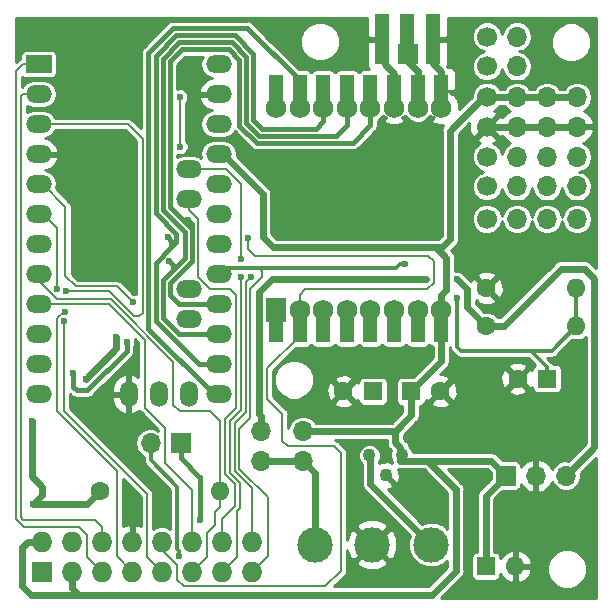
<source format=gbr>
G04 #@! TF.GenerationSoftware,KiCad,Pcbnew,5.0.2-bee76a0~70~ubuntu18.04.1*
G04 #@! TF.CreationDate,2019-05-01T22:15:31+02:00*
G04 #@! TF.ProjectId,EasyPCB_10_RFM69hw,45617379-5043-4425-9f31-305f52464d36,rev?*
G04 #@! TF.SameCoordinates,Original*
G04 #@! TF.FileFunction,Copper,L1,Top*
G04 #@! TF.FilePolarity,Positive*
%FSLAX46Y46*%
G04 Gerber Fmt 4.6, Leading zero omitted, Abs format (unit mm)*
G04 Created by KiCad (PCBNEW 5.0.2-bee76a0~70~ubuntu18.04.1) date Wed 01 May 2019 10:15:31 PM CEST*
%MOMM*%
%LPD*%
G01*
G04 APERTURE LIST*
G04 #@! TA.AperFunction,ComponentPad*
%ADD10C,1.700000*%
G04 #@! TD*
G04 #@! TA.AperFunction,ComponentPad*
%ADD11O,1.700000X1.700000*%
G04 #@! TD*
G04 #@! TA.AperFunction,ComponentPad*
%ADD12O,1.727200X1.727200*%
G04 #@! TD*
G04 #@! TA.AperFunction,ComponentPad*
%ADD13R,1.727200X1.727200*%
G04 #@! TD*
G04 #@! TA.AperFunction,SMDPad,CuDef*
%ADD14R,1.270000X4.191000*%
G04 #@! TD*
G04 #@! TA.AperFunction,SMDPad,CuDef*
%ADD15R,1.270000X3.683000*%
G04 #@! TD*
G04 #@! TA.AperFunction,ComponentPad*
%ADD16O,2.199640X1.501140*%
G04 #@! TD*
G04 #@! TA.AperFunction,ComponentPad*
%ADD17R,2.199640X1.501140*%
G04 #@! TD*
G04 #@! TA.AperFunction,ComponentPad*
%ADD18O,1.501140X2.199640*%
G04 #@! TD*
G04 #@! TA.AperFunction,ComponentPad*
%ADD19C,1.600000*%
G04 #@! TD*
G04 #@! TA.AperFunction,ComponentPad*
%ADD20O,1.600000X1.600000*%
G04 #@! TD*
G04 #@! TA.AperFunction,ComponentPad*
%ADD21R,1.700000X1.700000*%
G04 #@! TD*
G04 #@! TA.AperFunction,ComponentPad*
%ADD22R,1.600000X1.600000*%
G04 #@! TD*
G04 #@! TA.AperFunction,ComponentPad*
%ADD23C,3.000000*%
G04 #@! TD*
G04 #@! TA.AperFunction,SMDPad,CuDef*
%ADD24R,1.200000X3.000000*%
G04 #@! TD*
G04 #@! TA.AperFunction,ComponentPad*
%ADD25R,1.727200X2.000000*%
G04 #@! TD*
G04 #@! TA.AperFunction,ComponentPad*
%ADD26C,1.727200*%
G04 #@! TD*
G04 #@! TA.AperFunction,ComponentPad*
%ADD27C,1.100000*%
G04 #@! TD*
G04 #@! TA.AperFunction,ViaPad*
%ADD28C,0.600000*%
G04 #@! TD*
G04 #@! TA.AperFunction,Conductor*
%ADD29C,0.600000*%
G04 #@! TD*
G04 #@! TA.AperFunction,Conductor*
%ADD30C,0.300000*%
G04 #@! TD*
G04 #@! TA.AperFunction,Conductor*
%ADD31C,0.200000*%
G04 #@! TD*
G04 #@! TA.AperFunction,Conductor*
%ADD32C,0.400000*%
G04 #@! TD*
G04 #@! TA.AperFunction,Conductor*
%ADD33C,0.254000*%
G04 #@! TD*
G04 APERTURE END LIST*
D10*
G04 #@! TO.P,P7,1*
G04 #@! TO.N,Net-(P7-Pad1)*
X164900000Y-79040000D03*
D11*
G04 #@! TO.P,P7,2*
G04 #@! TO.N,Net-(P7-Pad2)*
X167440000Y-79040000D03*
G04 #@! TO.P,P7,3*
G04 #@! TO.N,Net-(P7-Pad3)*
X169980000Y-79040000D03*
G04 #@! TO.P,P7,4*
G04 #@! TO.N,Net-(P7-Pad4)*
X172520000Y-79040000D03*
G04 #@! TD*
D12*
G04 #@! TO.P,P2,16*
G04 #@! TO.N,A1*
X145034000Y-106375200D03*
G04 #@! TO.P,P2,15*
G04 #@! TO.N,A0*
X145034000Y-108915200D03*
G04 #@! TO.P,P2,14*
G04 #@! TO.N,A4*
X142494000Y-106375200D03*
G04 #@! TO.P,P2,13*
G04 #@! TO.N,A5*
X142494000Y-108915200D03*
G04 #@! TO.P,P2,12*
G04 #@! TO.N,D6*
X139954000Y-106375200D03*
G04 #@! TO.P,P2,11*
G04 #@! TO.N,D5*
X139954000Y-108915200D03*
G04 #@! TO.P,P2,10*
G04 #@! TO.N,D2*
X137414000Y-106375200D03*
G04 #@! TO.P,P2,9*
G04 #@! TO.N,D3*
X137414000Y-108915200D03*
D13*
G04 #@! TO.P,P2,1*
G04 #@! TO.N,RAW*
X127254000Y-108915200D03*
D12*
G04 #@! TO.P,P2,2*
G04 #@! TO.N,+3V3*
X127254000Y-106375200D03*
G04 #@! TO.P,P2,3*
X129794000Y-108915200D03*
G04 #@! TO.P,P2,4*
G04 #@! TO.N,GND*
X129794000Y-106375200D03*
G04 #@! TO.P,P2,5*
G04 #@! TO.N,TX*
X132334000Y-108915200D03*
G04 #@! TO.P,P2,6*
G04 #@! TO.N,RX*
X132334000Y-106375200D03*
G04 #@! TO.P,P2,7*
G04 #@! TO.N,Reset*
X134874000Y-108915200D03*
G04 #@! TO.P,P2,8*
G04 #@! TO.N,GND*
X134874000Y-106375200D03*
G04 #@! TD*
D14*
G04 #@! TO.P,ANT1,2*
G04 #@! TO.N,GND*
X160312100Y-63830200D03*
X156019500Y-63830200D03*
D15*
G04 #@! TO.P,ANT1,1*
G04 #@! TO.N,Net-(ANT1-Pad1)*
X158165800Y-63576200D03*
G04 #@! TD*
D16*
G04 #@! TO.P,IC1,28*
G04 #@! TO.N,Net-(IC1-Pad28)*
X139649200Y-84988400D03*
G04 #@! TO.P,IC1,27*
G04 #@! TO.N,Net-(IC1-Pad27)*
X139649200Y-87528400D03*
D17*
G04 #@! TO.P,IC1,1*
G04 #@! TO.N,TX*
X126949200Y-65938400D03*
D16*
G04 #@! TO.P,IC1,2*
G04 #@! TO.N,RX*
X126949200Y-68478400D03*
G04 #@! TO.P,IC1,3*
G04 #@! TO.N,Reset*
X126949200Y-71018400D03*
G04 #@! TO.P,IC1,4*
G04 #@! TO.N,GND*
X126949200Y-73558400D03*
G04 #@! TO.P,IC1,5*
G04 #@! TO.N,D2*
X126949200Y-76098400D03*
G04 #@! TO.P,IC1,6*
G04 #@! TO.N,D3*
X126949200Y-78638400D03*
G04 #@! TO.P,IC1,7*
G04 #@! TO.N,Net-(IC1-Pad7)*
X126949200Y-81178400D03*
G04 #@! TO.P,IC1,8*
G04 #@! TO.N,D5*
X126949200Y-83718400D03*
G04 #@! TO.P,IC1,9*
G04 #@! TO.N,D6*
X126949200Y-86258400D03*
G04 #@! TO.P,IC1,10*
G04 #@! TO.N,Net-(IC1-Pad10)*
X126949200Y-88798400D03*
G04 #@! TO.P,IC1,11*
G04 #@! TO.N,Flash_CS*
X126949200Y-91338400D03*
G04 #@! TO.P,IC1,12*
G04 #@! TO.N,Net-(IC1-Pad12)*
X126949200Y-93878400D03*
G04 #@! TO.P,IC1,13*
G04 #@! TO.N,ss*
X142189200Y-93878400D03*
G04 #@! TO.P,IC1,14*
G04 #@! TO.N,MOSI*
X142189200Y-91338400D03*
G04 #@! TO.P,IC1,15*
G04 #@! TO.N,MISO*
X142189200Y-88798400D03*
G04 #@! TO.P,IC1,16*
G04 #@! TO.N,SCK*
X142189200Y-86258400D03*
G04 #@! TO.P,IC1,17*
G04 #@! TO.N,A0*
X142189200Y-83718400D03*
G04 #@! TO.P,IC1,18*
G04 #@! TO.N,A1*
X142189200Y-81178400D03*
G04 #@! TO.P,IC1,19*
G04 #@! TO.N,Net-(IC1-Pad19)*
X142189200Y-78638400D03*
G04 #@! TO.P,IC1,20*
G04 #@! TO.N,A3*
X142189200Y-76098400D03*
G04 #@! TO.P,IC1,21*
G04 #@! TO.N,+3V3*
X142189200Y-73558400D03*
G04 #@! TO.P,IC1,22*
G04 #@! TO.N,Net-(IC1-Pad22)*
X142189200Y-71018400D03*
G04 #@! TO.P,IC1,23*
G04 #@! TO.N,GND*
X142189200Y-68478400D03*
G04 #@! TO.P,IC1,24*
G04 #@! TO.N,Net-(IC1-Pad24)*
X142189200Y-65938400D03*
G04 #@! TO.P,IC1,25*
G04 #@! TO.N,A4*
X139649200Y-77368400D03*
G04 #@! TO.P,IC1,26*
G04 #@! TO.N,A5*
X139649200Y-74828400D03*
D18*
G04 #@! TO.P,IC1,30*
G04 #@! TO.N,N/C*
X139649200Y-93878400D03*
G04 #@! TO.P,IC1,31*
X137109200Y-93878400D03*
G04 #@! TO.P,IC1,29*
G04 #@! TO.N,GND*
X134569200Y-93878400D03*
G04 #@! TD*
D19*
G04 #@! TO.P,R1,1*
G04 #@! TO.N,+3V3*
X132168900Y-102095300D03*
D20*
G04 #@! TO.P,R1,2*
G04 #@! TO.N,D5*
X142328900Y-102095300D03*
G04 #@! TD*
D19*
G04 #@! TO.P,R3,1*
G04 #@! TO.N,AdvBat*
X164870000Y-88120000D03*
D20*
G04 #@! TO.P,R3,2*
G04 #@! TO.N,A0*
X172490000Y-88120000D03*
G04 #@! TD*
D21*
G04 #@! TO.P,ANT2,1*
G04 #@! TO.N,Net-(ANT1-Pad1)*
X158242000Y-65074800D03*
G04 #@! TD*
D22*
G04 #@! TO.P,C3,1*
G04 #@! TO.N,Net-(C3-Pad1)*
X155255600Y-93649800D03*
D19*
G04 #@! TO.P,C3,2*
G04 #@! TO.N,GND*
X152755600Y-93649800D03*
G04 #@! TD*
D22*
G04 #@! TO.P,C2,1*
G04 #@! TO.N,+3V3*
X158470600Y-93649800D03*
D19*
G04 #@! TO.P,C2,2*
G04 #@! TO.N,GND*
X160970600Y-93649800D03*
G04 #@! TD*
D11*
G04 #@! TO.P,JP1,1*
G04 #@! TO.N,Net-(JP1-Pad1)*
X149352000Y-99568000D03*
G04 #@! TO.P,JP1,2*
G04 #@! TO.N,+3V3*
X149352000Y-97028000D03*
G04 #@! TD*
G04 #@! TO.P,JP2,1*
G04 #@! TO.N,Net-(JP1-Pad1)*
X145757900Y-99542600D03*
G04 #@! TO.P,JP2,2*
G04 #@! TO.N,AdvBat*
X145757900Y-97002600D03*
G04 #@! TD*
D21*
G04 #@! TO.P,JP3,1*
G04 #@! TO.N,Net-(C3-Pad1)*
X138963400Y-98056700D03*
D11*
G04 #@! TO.P,JP3,2*
G04 #@! TO.N,RAW*
X136423400Y-98056700D03*
G04 #@! TD*
D21*
G04 #@! TO.P,U1,1*
G04 #@! TO.N,+3V3*
X166500000Y-100780000D03*
D11*
G04 #@! TO.P,U1,2*
G04 #@! TO.N,GND*
X169040000Y-100780000D03*
G04 #@! TO.P,U1,3*
G04 #@! TO.N,AdvBat*
X171580000Y-100780000D03*
G04 #@! TD*
D22*
G04 #@! TO.P,C1,1*
G04 #@! TO.N,+3V3*
X164820000Y-108450000D03*
D20*
G04 #@! TO.P,C1,2*
G04 #@! TO.N,GND*
X167320000Y-108450000D03*
G04 #@! TD*
D10*
G04 #@! TO.P,P4,1*
G04 #@! TO.N,+3V3*
X164910000Y-68750000D03*
D11*
G04 #@! TO.P,P4,2*
X167450000Y-68750000D03*
G04 #@! TO.P,P4,3*
X169990000Y-68750000D03*
G04 #@! TO.P,P4,4*
X172530000Y-68750000D03*
G04 #@! TD*
D10*
G04 #@! TO.P,P5,1*
G04 #@! TO.N,GND*
X164900000Y-71240000D03*
D11*
G04 #@! TO.P,P5,2*
X167440000Y-71240000D03*
G04 #@! TO.P,P5,3*
X169980000Y-71240000D03*
G04 #@! TO.P,P5,4*
X172520000Y-71240000D03*
G04 #@! TD*
D10*
G04 #@! TO.P,P7,1*
G04 #@! TO.N,N/C*
X164890000Y-76300000D03*
D11*
G04 #@! TO.P,P7,2*
X167430000Y-76300000D03*
G04 #@! TO.P,P7,3*
X169970000Y-76300000D03*
G04 #@! TO.P,P7,4*
X172510000Y-76300000D03*
G04 #@! TD*
D10*
G04 #@! TO.P,P6,1*
G04 #@! TO.N,Net-(P6-Pad1)*
X164890000Y-73780000D03*
D11*
G04 #@! TO.P,P6,2*
G04 #@! TO.N,Net-(P6-Pad2)*
X167430000Y-73780000D03*
G04 #@! TO.P,P6,3*
G04 #@! TO.N,Net-(P6-Pad3)*
X169970000Y-73780000D03*
G04 #@! TO.P,P6,4*
G04 #@! TO.N,Net-(P6-Pad4)*
X172510000Y-73780000D03*
G04 #@! TD*
D10*
G04 #@! TO.P,P9,1*
G04 #@! TO.N,Net-(P9-Pad1)*
X164890000Y-66140000D03*
D11*
G04 #@! TO.P,P9,2*
G04 #@! TO.N,Net-(P9-Pad2)*
X167430000Y-66140000D03*
G04 #@! TD*
D23*
G04 #@! TO.P,P1,3*
G04 #@! TO.N,Net-(JP1-Pad1)*
X150368000Y-106629200D03*
G04 #@! TO.P,P1,1*
G04 #@! TO.N,Net-(C3-Pad1)*
X160178000Y-106629200D03*
G04 #@! TO.P,P1,2*
G04 #@! TO.N,GND*
X155178000Y-106629200D03*
G04 #@! TD*
D19*
G04 #@! TO.P,R2,1*
G04 #@! TO.N,GND*
X164870000Y-84910000D03*
D20*
G04 #@! TO.P,R2,2*
G04 #@! TO.N,A0*
X172490000Y-84910000D03*
G04 #@! TD*
D22*
G04 #@! TO.P,C4,1*
G04 #@! TO.N,A0*
X170000000Y-92580000D03*
D19*
G04 #@! TO.P,C4,2*
G04 #@! TO.N,GND*
X167500000Y-92580000D03*
G04 #@! TD*
D24*
G04 #@! TO.P,U3,1*
G04 #@! TO.N,Net-(U3-Pad1)*
X147041600Y-88026000D03*
G04 #@! TO.P,U3,2*
G04 #@! TO.N,D2*
X149041600Y-88026000D03*
G04 #@! TO.P,U3,3*
G04 #@! TO.N,Net-(U3-Pad3)*
X151041600Y-88026000D03*
G04 #@! TO.P,U3,4*
G04 #@! TO.N,Net-(U3-Pad4)*
X153041600Y-88026000D03*
G04 #@! TO.P,U3,5*
G04 #@! TO.N,Net-(U3-Pad5)*
X155041600Y-88026000D03*
G04 #@! TO.P,U3,6*
G04 #@! TO.N,Net-(U3-Pad6)*
X157041600Y-88026000D03*
G04 #@! TO.P,U3,7*
G04 #@! TO.N,Net-(U3-Pad7)*
X159041600Y-88026000D03*
G04 #@! TO.P,U3,8*
G04 #@! TO.N,+3V3*
X161041600Y-88026000D03*
G04 #@! TO.P,U3,9*
G04 #@! TO.N,GND*
X161041600Y-68326000D03*
G04 #@! TO.P,U3,10*
G04 #@! TO.N,Net-(ANT1-Pad1)*
X159041600Y-68326000D03*
G04 #@! TO.P,U3,11*
G04 #@! TO.N,GND*
X157041600Y-68326000D03*
G04 #@! TO.P,U3,12*
G04 #@! TO.N,SCK*
X155041600Y-68326000D03*
G04 #@! TO.P,U3,13*
G04 #@! TO.N,MISO*
X153041600Y-68326000D03*
G04 #@! TO.P,U3,14*
G04 #@! TO.N,MOSI*
X151041600Y-68326000D03*
G04 #@! TO.P,U3,15*
G04 #@! TO.N,ss*
X149041600Y-68326000D03*
G04 #@! TO.P,U3,16*
G04 #@! TO.N,Net-(U3-Pad16)*
X147041600Y-68326000D03*
D25*
G04 #@! TO.P,U3,1*
G04 #@! TO.N,Net-(U3-Pad1)*
X147041600Y-86726000D03*
D26*
G04 #@! TO.P,U3,2*
G04 #@! TO.N,D2*
X149041600Y-86726000D03*
G04 #@! TO.P,U3,3*
G04 #@! TO.N,Net-(U3-Pad3)*
X151041600Y-86726000D03*
G04 #@! TO.P,U3,4*
G04 #@! TO.N,Net-(U3-Pad4)*
X153041600Y-86726000D03*
G04 #@! TO.P,U3,5*
G04 #@! TO.N,Net-(U3-Pad5)*
X155041600Y-86726000D03*
G04 #@! TO.P,U3,6*
G04 #@! TO.N,Net-(U3-Pad6)*
X157041600Y-86726000D03*
G04 #@! TO.P,U3,7*
G04 #@! TO.N,Net-(U3-Pad7)*
X159041600Y-86726000D03*
G04 #@! TO.P,U3,8*
G04 #@! TO.N,+3V3*
X161041600Y-86726000D03*
G04 #@! TO.P,U3,9*
G04 #@! TO.N,GND*
X161041600Y-69626000D03*
G04 #@! TO.P,U3,10*
G04 #@! TO.N,Net-(ANT1-Pad1)*
X159041600Y-69626000D03*
G04 #@! TO.P,U3,11*
G04 #@! TO.N,GND*
X157041600Y-69626000D03*
G04 #@! TO.P,U3,12*
G04 #@! TO.N,SCK*
X155041600Y-69626000D03*
G04 #@! TO.P,U3,13*
G04 #@! TO.N,MISO*
X153041600Y-69626000D03*
G04 #@! TO.P,U3,14*
G04 #@! TO.N,MOSI*
X151041600Y-69626000D03*
G04 #@! TO.P,U3,15*
G04 #@! TO.N,ss*
X149041600Y-69626000D03*
G04 #@! TO.P,U3,16*
G04 #@! TO.N,Net-(U3-Pad16)*
X147041600Y-69626000D03*
G04 #@! TD*
D27*
G04 #@! TO.P,U2,2*
G04 #@! TO.N,GND*
X156331600Y-100767200D03*
G04 #@! TO.P,U2,3*
G04 #@! TO.N,Net-(C3-Pad1)*
X154956600Y-99067200D03*
G04 #@! TO.P,U2,1*
G04 #@! TO.N,+3V3*
X157681600Y-99042200D03*
G04 #@! TD*
D10*
G04 #@! TO.P,P8,1*
G04 #@! TO.N,Net-(P8-Pad1)*
X164910000Y-63610000D03*
D11*
G04 #@! TO.P,P8,2*
G04 #@! TO.N,Net-(P8-Pad2)*
X167450000Y-63610000D03*
G04 #@! TD*
D28*
G04 #@! TO.N,+3V3*
X130924306Y-92600786D03*
X133507480Y-89054940D03*
X126365000Y-96205040D03*
X126492000Y-103200200D03*
G04 #@! TO.N,RAW*
X138856720Y-107609640D03*
G04 #@! TO.N,D2*
X134945120Y-86123780D03*
X144716500Y-80645000D03*
G04 #@! TO.N,D3*
X129113925Y-87701765D03*
X128508760Y-84988400D03*
G04 #@! TO.N,MOSI*
X137886440Y-80614520D03*
G04 #@! TO.N,MISO*
X137998200Y-82646520D03*
G04 #@! TO.N,SCK*
X139587850Y-79106150D03*
G04 #@! TO.N,A0*
X162350000Y-85770000D03*
X157990540Y-82852260D03*
G04 #@! TO.N,A1*
X144919700Y-83959700D03*
G04 #@! TO.N,A5*
X144045940Y-83939380D03*
X144068800Y-82410300D03*
G04 #@! TO.N,Reset*
X129202180Y-86893400D03*
X129288177Y-85168712D03*
G04 #@! TO.N,Net-(C3-Pad1)*
X140573200Y-104548940D03*
G04 #@! TO.N,A3*
X138922760Y-72928480D03*
X138907520Y-68732400D03*
G04 #@! TO.N,AdvBat*
X162382200Y-84150200D03*
X159727900Y-84150200D03*
G04 #@! TO.N,Flash_CS*
X134424420Y-89512140D03*
X129900680Y-92087700D03*
G04 #@! TD*
D29*
G04 #@! TO.N,+3V3*
X166500000Y-100780000D02*
X165237200Y-99517200D01*
X165237200Y-99517200D02*
X159854900Y-99517200D01*
X166500000Y-100780000D02*
X165650001Y-101629999D01*
X165650001Y-101629999D02*
X165650001Y-101649999D01*
X165650001Y-101649999D02*
X164820000Y-102480000D01*
X164820000Y-102480000D02*
X164820000Y-102910000D01*
X164820000Y-102910000D02*
X164820000Y-108450000D01*
X169990000Y-68750000D02*
X172530000Y-68750000D01*
X167450000Y-68750000D02*
X169990000Y-68750000D01*
X164910000Y-68750000D02*
X167450000Y-68750000D01*
X161790000Y-80770000D02*
X161790000Y-71569998D01*
X161790000Y-71569998D02*
X164609998Y-68750000D01*
X164609998Y-68750000D02*
X164910000Y-68750000D01*
X161097120Y-81462880D02*
X161790000Y-80770000D01*
X160580499Y-81462880D02*
X161097120Y-81462880D01*
X127271780Y-101737160D02*
X127271780Y-102420420D01*
X127271780Y-102420420D02*
X126492000Y-103200200D01*
X126365000Y-100830380D02*
X127271780Y-101737160D01*
X126365000Y-96205040D02*
X126365000Y-100830380D01*
X161482199Y-82778600D02*
X161482199Y-82364580D01*
X145920460Y-80563720D02*
X146819620Y-81462880D01*
X161482199Y-82364580D02*
X160580499Y-81462880D01*
X160580499Y-81462880D02*
X146819620Y-81462880D01*
X161482199Y-85064087D02*
X161482199Y-82778600D01*
X142189200Y-73558400D02*
X142538450Y-73558400D01*
X142538450Y-73558400D02*
X145920460Y-76940410D01*
X145920460Y-76940410D02*
X145920460Y-80563720D01*
X130924306Y-92600786D02*
X133507480Y-90017612D01*
X133507480Y-90017612D02*
X133507480Y-90017600D01*
X133507480Y-90017600D02*
X133507480Y-89054940D01*
X126492000Y-103200200D02*
X131064000Y-103200200D01*
X131064000Y-103200200D02*
X132168900Y-102095300D01*
X142189200Y-73558400D02*
X141665960Y-73558400D01*
X161041600Y-86726000D02*
X161041600Y-85504686D01*
X161041600Y-85504686D02*
X161482199Y-85064087D01*
X126290310Y-110872510D02*
X130340100Y-110872510D01*
X130340100Y-110872510D02*
X160259790Y-110872510D01*
X129794000Y-108915200D02*
X129794000Y-110326410D01*
X129794000Y-110326410D02*
X130340100Y-110872510D01*
X127254000Y-106375200D02*
X126032686Y-106375200D01*
X126032686Y-106375200D02*
X125552200Y-106855686D01*
X125552200Y-106855686D02*
X125552200Y-110134400D01*
X125552200Y-110134400D02*
X126290310Y-110872510D01*
X159854900Y-99517200D02*
X157581600Y-99517200D01*
X160259790Y-110872510D02*
X162278001Y-108854299D01*
X162278001Y-101940301D02*
X159854900Y-99517200D01*
X162278001Y-108854299D02*
X162278001Y-101940301D01*
X161041600Y-88026000D02*
X161041600Y-91078800D01*
X161041600Y-91078800D02*
X158470600Y-93649800D01*
X157515100Y-96650000D02*
X157137100Y-97028000D01*
X157581600Y-99517200D02*
X157581600Y-98417200D01*
X157581600Y-98417200D02*
X157137100Y-97972700D01*
X157137100Y-97972700D02*
X157137100Y-97028000D01*
X157137100Y-97028000D02*
X158470600Y-95694500D01*
X158470600Y-95694500D02*
X158470600Y-93649800D01*
X149352000Y-97028000D02*
X157137100Y-97028000D01*
G04 #@! TO.N,GND*
X167440000Y-71240000D02*
X164900000Y-71240000D01*
X169980000Y-71240000D02*
X167440000Y-71240000D01*
X172520000Y-71240000D02*
X169980000Y-71240000D01*
X160312100Y-65882520D02*
X161041600Y-66612020D01*
X161041600Y-66612020D02*
X161041600Y-66713620D01*
X160312100Y-63830200D02*
X160312100Y-65882520D01*
X161041600Y-69626000D02*
X161041600Y-66713620D01*
X156241601Y-65964921D02*
X157041600Y-66764920D01*
X157041600Y-66764920D02*
X157041600Y-69626000D01*
X156019500Y-63830200D02*
X156241601Y-64052301D01*
X156241601Y-64052301D02*
X156241601Y-65964921D01*
G04 #@! TO.N,Net-(JP1-Pad1)*
X149352000Y-99568000D02*
X145783300Y-99568000D01*
X145783300Y-99568000D02*
X145757900Y-99542600D01*
X150368000Y-106629200D02*
X150368000Y-100584000D01*
X150368000Y-100584000D02*
X149352000Y-99568000D01*
D30*
G04 #@! TO.N,RAW*
X138677601Y-101756161D02*
X136423400Y-99501960D01*
X136423400Y-99501960D02*
X136423400Y-98056700D01*
X138856720Y-107609640D02*
X138856720Y-107185376D01*
X138856720Y-107185376D02*
X138677601Y-107006257D01*
X138677601Y-107006257D02*
X138677601Y-101756161D01*
D31*
G04 #@! TO.N,D2*
X149041600Y-88026000D02*
X149041600Y-86726000D01*
X146283680Y-94277180D02*
X146283680Y-91683920D01*
X146283680Y-91683920D02*
X149041600Y-88926000D01*
X149041600Y-88926000D02*
X149041600Y-88026000D01*
X147574000Y-97815400D02*
X147574000Y-95567500D01*
X147574000Y-95567500D02*
X146283680Y-94277180D01*
X134945120Y-86123780D02*
X133590042Y-84768702D01*
X133590042Y-84768702D02*
X130087382Y-84768702D01*
X130087382Y-84768702D02*
X129217420Y-83898740D01*
X129217420Y-83898740D02*
X129217420Y-78017370D01*
X129217420Y-78017370D02*
X127298450Y-76098400D01*
X127298450Y-76098400D02*
X126949200Y-76098400D01*
X144716500Y-81584800D02*
X144716500Y-80645000D01*
X159866963Y-85001100D02*
X160427910Y-84440153D01*
X149041600Y-86726000D02*
X149041600Y-85504686D01*
X149041600Y-85504686D02*
X149545186Y-85001100D01*
X149545186Y-85001100D02*
X159866963Y-85001100D01*
X160427910Y-84440153D02*
X160427910Y-82640410D01*
X160427910Y-82640410D02*
X159950390Y-82162890D01*
X159950390Y-82162890D02*
X145294590Y-82162890D01*
X145294590Y-82162890D02*
X144716500Y-81584800D01*
X139222480Y-110172500D02*
X138668760Y-109618780D01*
X147574000Y-97815400D02*
X148036601Y-98278001D01*
X138668760Y-109618780D02*
X138668760Y-108320840D01*
X148036601Y-98278001D02*
X151960901Y-98278001D01*
X151960901Y-98278001D02*
X152527000Y-98844100D01*
X152527000Y-98844100D02*
X152527000Y-108851700D01*
X152527000Y-108851700D02*
X151206200Y-110172500D01*
X138668760Y-108320840D02*
X138658600Y-108320840D01*
X151206200Y-110172500D02*
X139222480Y-110172500D01*
X138658600Y-108320840D02*
X137414000Y-107076240D01*
X137414000Y-107076240D02*
X137414000Y-106375200D01*
X137419080Y-106380280D02*
X137419080Y-107127040D01*
X137414000Y-106375200D02*
X137419080Y-106380280D01*
G04 #@! TO.N,TX*
X131076700Y-105787770D02*
X131076700Y-107657900D01*
X131076700Y-107657900D02*
X132334000Y-108915200D01*
X126949200Y-65938400D02*
X125649380Y-65938400D01*
X125649380Y-65938400D02*
X125049360Y-66538420D01*
X130400529Y-105111599D02*
X131076700Y-105787770D01*
X125049360Y-66538420D02*
X125049360Y-104482259D01*
X125049360Y-104482259D02*
X125678700Y-105111599D01*
X125678700Y-105111599D02*
X130400529Y-105111599D01*
G04 #@! TO.N,RX*
X132334000Y-106375200D02*
X132334000Y-105153886D01*
X132334000Y-105153886D02*
X131713814Y-104533700D01*
X131713814Y-104533700D02*
X125666500Y-104533700D01*
X125666500Y-104533700D02*
X125449370Y-104316570D01*
X125449370Y-104316570D02*
X125449370Y-68678410D01*
X125449370Y-68678410D02*
X125649380Y-68478400D01*
X125649380Y-68478400D02*
X126949200Y-68478400D01*
G04 #@! TO.N,D3*
X136137601Y-102342901D02*
X132727700Y-98933000D01*
X132727700Y-98933000D02*
X132651500Y-98856800D01*
X129113925Y-87701765D02*
X129113925Y-95319225D01*
X129113925Y-95319225D02*
X132727700Y-98933000D01*
X126949200Y-78638400D02*
X127298450Y-78638400D01*
X127298450Y-78638400D02*
X128508760Y-79848710D01*
X128508760Y-79848710D02*
X128508760Y-84988400D01*
X137414000Y-108915200D02*
X136137601Y-107638801D01*
X136137601Y-107638801D02*
X136137601Y-102342901D01*
G04 #@! TO.N,D5*
X141864080Y-103893620D02*
X142328900Y-103428800D01*
X142328900Y-103428800D02*
X142328900Y-102095300D01*
X141864080Y-104945180D02*
X141864080Y-103893620D01*
X141173200Y-105636060D02*
X141864080Y-104945180D01*
X141173200Y-107696000D02*
X141173200Y-105636060D01*
X126949200Y-83718400D02*
X126949200Y-84302600D01*
X126949200Y-84302600D02*
X127370840Y-84724240D01*
X127370840Y-84724240D02*
X127375920Y-84724240D01*
X127375920Y-84724240D02*
X128510070Y-85858390D01*
X133039908Y-85858390D02*
X138366500Y-91184983D01*
X128510070Y-85858390D02*
X133039908Y-85858390D01*
X138366500Y-91184983D02*
X138366500Y-94780100D01*
X138366500Y-94780100D02*
X138912600Y-95326200D01*
X138912600Y-95326200D02*
X141490700Y-95326200D01*
X141490700Y-95326200D02*
X142328900Y-96164400D01*
X142328900Y-96164400D02*
X142328900Y-102095300D01*
X141173200Y-107696000D02*
X139954000Y-108915200D01*
G04 #@! TO.N,D6*
X139954000Y-106375200D02*
X139954000Y-102011480D01*
X139954000Y-102011480D02*
X137622280Y-99679760D01*
X137622280Y-99679760D02*
X137622280Y-96740980D01*
X137622280Y-96740980D02*
X135915400Y-95034100D01*
X135915400Y-95034100D02*
X135915400Y-89299581D01*
X135915400Y-89299581D02*
X132874219Y-86258400D01*
X132874219Y-86258400D02*
X126949200Y-86258400D01*
D32*
G04 #@! TO.N,ss*
X142189200Y-93878400D02*
X141767037Y-93878400D01*
X141767037Y-93878400D02*
X136249343Y-88360706D01*
X136249343Y-64976533D02*
X138338085Y-62887792D01*
X136249343Y-88360706D02*
X136249343Y-64976533D01*
X144603395Y-62887793D02*
X149041600Y-67325998D01*
X138338085Y-62887792D02*
X144603395Y-62887793D01*
X149041600Y-67325998D02*
X149041600Y-69626000D01*
G04 #@! TO.N,MOSI*
X136849351Y-82759367D02*
X138176318Y-81432400D01*
X138176318Y-81432400D02*
X138612880Y-80995838D01*
X137886440Y-80614520D02*
X138186439Y-80914519D01*
X138186439Y-80914519D02*
X138186439Y-81422279D01*
X138186439Y-81422279D02*
X138176318Y-81432400D01*
X138612880Y-80289764D02*
X136849352Y-78526236D01*
X136849352Y-78526236D02*
X136849352Y-65225064D01*
X136849351Y-87694928D02*
X136849351Y-82759367D01*
X138612880Y-80995838D02*
X138612880Y-80289764D01*
X151041600Y-69626000D02*
X151041600Y-68326000D01*
X142189200Y-91338400D02*
X140492821Y-91338400D01*
X151066500Y-70751700D02*
X151066500Y-69650900D01*
X140492821Y-91338400D02*
X136849351Y-87694928D01*
X145897600Y-71412100D02*
X150406100Y-71412100D01*
X136849352Y-65225064D02*
X138586617Y-63487801D01*
X150406100Y-71412100D02*
X151066500Y-70751700D01*
X138586617Y-63487801D02*
X143553523Y-63487802D01*
X143553523Y-63487802D02*
X145141819Y-65076098D01*
X145141819Y-65076098D02*
X145141819Y-70656319D01*
X151066500Y-69650900D02*
X151041600Y-69626000D01*
X145141819Y-70656319D02*
X145897600Y-71412100D01*
G04 #@! TO.N,MISO*
X137449361Y-84231497D02*
X138343458Y-83337400D01*
X138343458Y-83337400D02*
X139323510Y-82357348D01*
X137998200Y-82646520D02*
X138343458Y-82991778D01*
X138343458Y-82991778D02*
X138343458Y-83337400D01*
X139323510Y-80151852D02*
X137449360Y-78277702D01*
X137449360Y-78277702D02*
X137449361Y-65473597D01*
X137449361Y-65473597D02*
X138835148Y-64087810D01*
X138835148Y-64087810D02*
X143304990Y-64087811D01*
X143304990Y-64087811D02*
X144541809Y-65324632D01*
X144541809Y-65324632D02*
X144541809Y-70904851D01*
X144541809Y-70904851D02*
X145649068Y-72012110D01*
X139323510Y-82357348D02*
X139323510Y-80151852D01*
X137449360Y-87446397D02*
X137449361Y-84231497D01*
X153041600Y-69626000D02*
X153041600Y-68326000D01*
X152117490Y-72012110D02*
X153041600Y-71088000D01*
X153041600Y-71088000D02*
X153041600Y-69626000D01*
X145649068Y-72012110D02*
X152117490Y-72012110D01*
X142189200Y-88798400D02*
X138801363Y-88798400D01*
X138801363Y-88798400D02*
X137449360Y-87446397D01*
G04 #@! TO.N,SCK*
X139923520Y-82605880D02*
X139923520Y-79903320D01*
X139923520Y-79903320D02*
X138049370Y-78029170D01*
X138049370Y-78029170D02*
X138049370Y-65722130D01*
X138049370Y-85506407D02*
X138049370Y-84480030D01*
X138049370Y-84480030D02*
X139923520Y-82605880D01*
X155041600Y-69626000D02*
X155041600Y-68326000D01*
X153562180Y-72612120D02*
X155041600Y-71132700D01*
X155041600Y-71132700D02*
X155041600Y-69626000D01*
X143941800Y-65573163D02*
X143941801Y-71153385D01*
X143941801Y-71153385D02*
X145400536Y-72612120D01*
X145400536Y-72612120D02*
X153562180Y-72612120D01*
X138049370Y-65722130D02*
X139083680Y-64687820D01*
X139083680Y-64687820D02*
X143056457Y-64687820D01*
X143056457Y-64687820D02*
X143941800Y-65573163D01*
X142189200Y-86258400D02*
X138801363Y-86258400D01*
X138801363Y-86258400D02*
X138049370Y-85506407D01*
X139923520Y-79441820D02*
X139923520Y-79903320D01*
X139587850Y-79106150D02*
X139923520Y-79441820D01*
D30*
G04 #@! TO.N,A0*
X162350000Y-89870000D02*
X162700000Y-90220000D01*
X162700000Y-90220000D02*
X163540000Y-90220000D01*
X162350000Y-85770000D02*
X162350000Y-89870000D01*
X163540000Y-90220000D02*
X166040000Y-90220000D01*
X172490000Y-88120000D02*
X172490000Y-84910000D01*
X168640000Y-90220000D02*
X170390000Y-90220000D01*
X170390000Y-90220000D02*
X172490000Y-88120000D01*
X166040000Y-90220000D02*
X168640000Y-90220000D01*
X168640000Y-90220000D02*
X170000000Y-91580000D01*
X170000000Y-91580000D02*
X170000000Y-92580000D01*
X146138900Y-83250200D02*
X145983960Y-83250200D01*
X145983960Y-83250200D02*
X145590260Y-83250200D01*
D31*
X145834100Y-83494040D02*
X145834100Y-83400060D01*
X145834100Y-83400060D02*
X145983960Y-83250200D01*
D30*
X145590260Y-83250200D02*
X142657400Y-83250200D01*
D31*
X144877989Y-89899052D02*
X144877989Y-84956046D01*
X145034000Y-108915200D02*
X146367500Y-107581700D01*
X146367500Y-107581700D02*
X146367500Y-102620706D01*
X146367500Y-102620706D02*
X143941720Y-100194926D01*
X143941720Y-100194926D02*
X143941720Y-96837580D01*
X143941720Y-96837580D02*
X144880090Y-95899210D01*
X145834100Y-83999936D02*
X145834100Y-83494040D01*
X144880090Y-95899210D02*
X144880090Y-89901153D01*
X144880090Y-89901153D02*
X144877989Y-89899052D01*
X144877989Y-84956046D02*
X145834100Y-83999936D01*
X145834100Y-83494040D02*
X145590260Y-83250200D01*
D30*
X157990540Y-82852260D02*
X157566276Y-82852260D01*
X157168336Y-83250200D02*
X146138900Y-83250200D01*
X157566276Y-82852260D02*
X157168336Y-83250200D01*
X142657400Y-83250200D02*
X142189200Y-83718400D01*
D31*
G04 #@! TO.N,A1*
X144919700Y-83959700D02*
X144477979Y-84401421D01*
X144477979Y-84401421D02*
X144477979Y-95412321D01*
X143553902Y-96329500D02*
X143541710Y-96341692D01*
X144477979Y-95412321D02*
X143560800Y-96329500D01*
X143560800Y-96329500D02*
X143553902Y-96329500D01*
X143541710Y-96341692D02*
X143541710Y-100360614D01*
X143541710Y-100360614D02*
X145034000Y-101852904D01*
X145034000Y-101852904D02*
X145034000Y-101873598D01*
X145034000Y-101873598D02*
X145034000Y-106375200D01*
G04 #@! TO.N,A4*
X140431520Y-79101290D02*
X140431520Y-83935726D01*
X140431520Y-83935726D02*
X141484194Y-84988400D01*
X139649200Y-77368400D02*
X139649200Y-78318970D01*
X139649200Y-78318970D02*
X140431520Y-79101290D01*
X142494000Y-106375200D02*
X142494000Y-104470200D01*
X143586200Y-103378000D02*
X143586200Y-101536500D01*
X142494000Y-104470200D02*
X143586200Y-103378000D01*
X143668790Y-85515490D02*
X143141700Y-84988400D01*
X143141700Y-84988400D02*
X141484194Y-84988400D01*
X143586200Y-101536500D02*
X142728910Y-100679210D01*
X142753294Y-95998711D02*
X143668790Y-95083215D01*
X142728910Y-100679210D02*
X142728910Y-95998711D01*
X142728910Y-95998711D02*
X142753294Y-95998711D01*
X143668790Y-95083215D02*
X143668790Y-85515490D01*
G04 #@! TO.N,A5*
X144045940Y-83939380D02*
X144045940Y-85303360D01*
X144045940Y-85303360D02*
X144068800Y-85326220D01*
X144068800Y-85326220D02*
X144068800Y-95248904D01*
X142494000Y-108915200D02*
X143764000Y-107645200D01*
X143764000Y-107645200D02*
X143764000Y-103765899D01*
X143764000Y-103765899D02*
X143986210Y-103543689D01*
X143986210Y-103543689D02*
X143986210Y-101370812D01*
X143141700Y-100526302D02*
X143141700Y-96176004D01*
X143141700Y-96176004D02*
X144068800Y-95248904D01*
X143986210Y-101370812D02*
X143141700Y-100526302D01*
X142818488Y-74828400D02*
X144068800Y-76078712D01*
X144068800Y-76078712D02*
X144068800Y-82410300D01*
X139649200Y-74828400D02*
X142818488Y-74828400D01*
G04 #@! TO.N,Reset*
X128503680Y-87463480D02*
X129073760Y-86893400D01*
X129073760Y-86893400D02*
X129202180Y-86893400D01*
X126949200Y-71018400D02*
X134513320Y-71018400D01*
X134513320Y-71018400D02*
X135749333Y-72254413D01*
X135749333Y-72254413D02*
X135749333Y-86978187D01*
X135749333Y-86978187D02*
X135458200Y-87269320D01*
X132915929Y-85168712D02*
X129288177Y-85168712D01*
X135458200Y-87269320D02*
X135026400Y-87269320D01*
X133426497Y-85679280D02*
X132915929Y-85168712D01*
X135026400Y-87269320D02*
X133436360Y-85679280D01*
X133436360Y-85679280D02*
X133426497Y-85679280D01*
X128503680Y-95274679D02*
X128503680Y-87463480D01*
X132251490Y-99022489D02*
X128503680Y-95274679D01*
X134874000Y-108915200D02*
X133583680Y-107624880D01*
X133583680Y-107624880D02*
X133583680Y-100354678D01*
X133583680Y-100354678D02*
X132251490Y-99022489D01*
D32*
G04 #@! TO.N,Net-(C3-Pad1)*
X140554000Y-100897300D02*
X140573200Y-100916500D01*
X140573200Y-100916500D02*
X140573200Y-104548940D01*
X138963400Y-98056700D02*
X138963400Y-99306700D01*
X138963400Y-99306700D02*
X140554000Y-100897300D01*
D29*
X155041600Y-99517200D02*
X155041600Y-101492800D01*
X155041600Y-101492800D02*
X160178000Y-106629200D01*
G04 #@! TO.N,Net-(ANT1-Pad1)*
X159041600Y-69626000D02*
X159041600Y-66532260D01*
X159041600Y-66532260D02*
X158242000Y-65732660D01*
X158242000Y-65074800D02*
X158242000Y-65732660D01*
X158165800Y-63576200D02*
X158165800Y-64998600D01*
X158165800Y-64998600D02*
X158242000Y-65074800D01*
D31*
G04 #@! TO.N,A3*
X138907520Y-68732400D02*
X138907520Y-72913240D01*
X142189200Y-76098400D02*
X142538450Y-76098400D01*
D29*
G04 #@! TO.N,AdvBat*
X174000001Y-98359999D02*
X171580000Y-100780000D01*
X164870000Y-88120000D02*
X166330000Y-88120000D01*
X166330000Y-88120000D02*
X171150000Y-83300000D01*
X171150000Y-83300000D02*
X173190001Y-83300000D01*
X173190001Y-83300000D02*
X174000001Y-84110000D01*
X174000001Y-84110000D02*
X174000001Y-98359999D01*
X164870000Y-88120000D02*
X163250001Y-86500001D01*
X163250001Y-86500001D02*
X163250001Y-85018001D01*
X163250001Y-85018001D02*
X162382200Y-84150200D01*
X145580100Y-95580200D02*
X145757900Y-95758000D01*
X145757900Y-95758000D02*
X145757900Y-97002600D01*
X145580100Y-89611200D02*
X145580100Y-95580200D01*
X145577999Y-89609099D02*
X145580100Y-89611200D01*
X146673798Y-84150200D02*
X159727900Y-84150200D01*
X145577999Y-89609099D02*
X145577999Y-85245999D01*
X145577999Y-85245999D02*
X146673798Y-84150200D01*
D32*
G04 #@! TO.N,Flash_CS*
X134424420Y-89512140D02*
X134424420Y-90232044D01*
X134424420Y-90232044D02*
X131085404Y-93571060D01*
X131085404Y-93571060D02*
X130180080Y-93571060D01*
X130180080Y-93571060D02*
X129900680Y-93291660D01*
X129900680Y-93291660D02*
X129900680Y-92087700D01*
G04 #@! TD*
D33*
G04 #@! TO.N,GND*
G36*
X173273002Y-98058865D02*
X171808444Y-99523423D01*
X171705769Y-99503000D01*
X171454231Y-99503000D01*
X171081740Y-99577093D01*
X170659335Y-99859335D01*
X170399410Y-100248340D01*
X170235183Y-99898642D01*
X169806924Y-99508355D01*
X169396890Y-99338524D01*
X169167000Y-99459845D01*
X169167000Y-100653000D01*
X169187000Y-100653000D01*
X169187000Y-100907000D01*
X169167000Y-100907000D01*
X169167000Y-102100155D01*
X169396890Y-102221476D01*
X169806924Y-102051645D01*
X170235183Y-101661358D01*
X170399410Y-101311660D01*
X170659335Y-101700665D01*
X171081740Y-101982907D01*
X171454231Y-102057000D01*
X171705769Y-102057000D01*
X172078260Y-101982907D01*
X172500665Y-101700665D01*
X172782907Y-101278260D01*
X172882017Y-100780000D01*
X172836577Y-100551556D01*
X174108001Y-99280132D01*
X174108001Y-111138000D01*
X161022432Y-111138000D01*
X162741441Y-109418991D01*
X162802137Y-109378436D01*
X162842693Y-109317740D01*
X162842695Y-109317738D01*
X162962818Y-109137961D01*
X162962819Y-109137960D01*
X163005001Y-108925898D01*
X163005001Y-108925894D01*
X163019242Y-108854300D01*
X163005001Y-108782706D01*
X163005001Y-102011894D01*
X163019242Y-101940300D01*
X163005001Y-101868706D01*
X163005001Y-101868702D01*
X162962819Y-101656640D01*
X162802138Y-101416164D01*
X162741440Y-101375607D01*
X161610033Y-100244200D01*
X164936068Y-100244200D01*
X165214635Y-100522767D01*
X165214635Y-101037233D01*
X165186563Y-101065305D01*
X165125864Y-101105863D01*
X165045037Y-101226830D01*
X164356561Y-101915306D01*
X164295863Y-101955864D01*
X164135182Y-102196340D01*
X164093000Y-102408402D01*
X164093000Y-102408405D01*
X164078759Y-102480000D01*
X164093000Y-102551595D01*
X164093000Y-102838402D01*
X164093001Y-107214635D01*
X164020000Y-107214635D01*
X163853393Y-107247775D01*
X163712150Y-107342150D01*
X163617775Y-107483393D01*
X163584635Y-107650000D01*
X163584635Y-109250000D01*
X163617775Y-109416607D01*
X163712150Y-109557850D01*
X163853393Y-109652225D01*
X164020000Y-109685365D01*
X165620000Y-109685365D01*
X165786607Y-109652225D01*
X165927850Y-109557850D01*
X166022225Y-109416607D01*
X166055365Y-109250000D01*
X166055365Y-109106314D01*
X166088959Y-109187423D01*
X166464866Y-109602389D01*
X166970959Y-109841914D01*
X167193000Y-109720629D01*
X167193000Y-108577000D01*
X167447000Y-108577000D01*
X167447000Y-109720629D01*
X167669041Y-109841914D01*
X168175134Y-109602389D01*
X168551041Y-109187423D01*
X168711904Y-108799039D01*
X168589915Y-108577000D01*
X167447000Y-108577000D01*
X167193000Y-108577000D01*
X167173000Y-108577000D01*
X167173000Y-108342864D01*
X170009220Y-108342864D01*
X170009220Y-109010016D01*
X170264528Y-109626384D01*
X170736276Y-110098132D01*
X171352644Y-110353440D01*
X172019796Y-110353440D01*
X172636164Y-110098132D01*
X173107912Y-109626384D01*
X173363220Y-109010016D01*
X173363220Y-108342864D01*
X173107912Y-107726496D01*
X172636164Y-107254748D01*
X172019796Y-106999440D01*
X171352644Y-106999440D01*
X170736276Y-107254748D01*
X170264528Y-107726496D01*
X170009220Y-108342864D01*
X167173000Y-108342864D01*
X167173000Y-108323000D01*
X167193000Y-108323000D01*
X167193000Y-107179371D01*
X167447000Y-107179371D01*
X167447000Y-108323000D01*
X168589915Y-108323000D01*
X168711904Y-108100961D01*
X168551041Y-107712577D01*
X168175134Y-107297611D01*
X167669041Y-107058086D01*
X167447000Y-107179371D01*
X167193000Y-107179371D01*
X166970959Y-107058086D01*
X166464866Y-107297611D01*
X166088959Y-107712577D01*
X166055365Y-107793686D01*
X166055365Y-107650000D01*
X166022225Y-107483393D01*
X165927850Y-107342150D01*
X165786607Y-107247775D01*
X165620000Y-107214635D01*
X165547000Y-107214635D01*
X165547000Y-102781133D01*
X166113442Y-102214692D01*
X166174138Y-102174136D01*
X166214693Y-102113441D01*
X166214696Y-102113438D01*
X166246817Y-102065365D01*
X167350000Y-102065365D01*
X167516607Y-102032225D01*
X167657850Y-101937850D01*
X167752225Y-101796607D01*
X167785365Y-101630000D01*
X167785365Y-101534764D01*
X167844817Y-101661358D01*
X168273076Y-102051645D01*
X168683110Y-102221476D01*
X168913000Y-102100155D01*
X168913000Y-100907000D01*
X168893000Y-100907000D01*
X168893000Y-100653000D01*
X168913000Y-100653000D01*
X168913000Y-99459845D01*
X168683110Y-99338524D01*
X168273076Y-99508355D01*
X167844817Y-99898642D01*
X167785365Y-100025236D01*
X167785365Y-99930000D01*
X167752225Y-99763393D01*
X167657850Y-99622150D01*
X167516607Y-99527775D01*
X167350000Y-99494635D01*
X166242767Y-99494635D01*
X165801896Y-99053764D01*
X165761337Y-98993063D01*
X165520861Y-98832382D01*
X165308799Y-98790200D01*
X165308795Y-98790200D01*
X165237200Y-98775959D01*
X165165605Y-98790200D01*
X159926495Y-98790200D01*
X159854900Y-98775959D01*
X159783305Y-98790200D01*
X158634715Y-98790200D01*
X158509861Y-98488774D01*
X158294176Y-98273089D01*
X158266418Y-98133539D01*
X158105737Y-97893063D01*
X158045036Y-97852504D01*
X157864100Y-97671568D01*
X157864100Y-97329132D01*
X158934040Y-96259193D01*
X158994736Y-96218637D01*
X159035292Y-96157941D01*
X159035294Y-96157939D01*
X159155418Y-95978161D01*
X159161528Y-95947445D01*
X159197600Y-95766099D01*
X159197600Y-95766095D01*
X159211841Y-95694500D01*
X159197600Y-95622905D01*
X159197600Y-94885165D01*
X159270600Y-94885165D01*
X159437207Y-94852025D01*
X159578450Y-94757650D01*
X159645337Y-94657545D01*
X160142461Y-94657545D01*
X160216595Y-94903664D01*
X160753823Y-95096765D01*
X161324054Y-95069578D01*
X161724605Y-94903664D01*
X161798739Y-94657545D01*
X160970600Y-93829405D01*
X160142461Y-94657545D01*
X159645337Y-94657545D01*
X159672825Y-94616407D01*
X159705965Y-94449800D01*
X159705965Y-94377802D01*
X159716736Y-94403805D01*
X159962855Y-94477939D01*
X160790995Y-93649800D01*
X161150205Y-93649800D01*
X161978345Y-94477939D01*
X162224464Y-94403805D01*
X162417565Y-93866577D01*
X162404272Y-93587745D01*
X166671861Y-93587745D01*
X166745995Y-93833864D01*
X167283223Y-94026965D01*
X167853454Y-93999778D01*
X168254005Y-93833864D01*
X168328139Y-93587745D01*
X167500000Y-92759605D01*
X166671861Y-93587745D01*
X162404272Y-93587745D01*
X162390378Y-93296346D01*
X162224464Y-92895795D01*
X161978345Y-92821661D01*
X161150205Y-93649800D01*
X160790995Y-93649800D01*
X160776852Y-93635658D01*
X160956458Y-93456052D01*
X160970600Y-93470195D01*
X161798739Y-92642055D01*
X161724605Y-92395936D01*
X161633594Y-92363223D01*
X166053035Y-92363223D01*
X166080222Y-92933454D01*
X166246136Y-93334005D01*
X166492255Y-93408139D01*
X167320395Y-92580000D01*
X166492255Y-91751861D01*
X166246136Y-91825995D01*
X166053035Y-92363223D01*
X161633594Y-92363223D01*
X161187377Y-92202835D01*
X160933598Y-92214934D01*
X161505039Y-91643494D01*
X161565737Y-91602937D01*
X161586238Y-91572255D01*
X166671861Y-91572255D01*
X167500000Y-92400395D01*
X168328139Y-91572255D01*
X168254005Y-91326136D01*
X167716777Y-91133035D01*
X167146546Y-91160222D01*
X166745995Y-91326136D01*
X166671861Y-91572255D01*
X161586238Y-91572255D01*
X161726418Y-91362461D01*
X161768600Y-91150399D01*
X161768600Y-91150396D01*
X161782841Y-91078801D01*
X161768600Y-91007206D01*
X161768600Y-89936103D01*
X161774607Y-89934908D01*
X161786534Y-89994865D01*
X161806479Y-90095134D01*
X161934007Y-90285994D01*
X161982186Y-90318186D01*
X162251812Y-90587812D01*
X162284006Y-90635994D01*
X162396860Y-90711400D01*
X162474865Y-90763522D01*
X162700000Y-90808304D01*
X162756829Y-90797000D01*
X168401000Y-90797000D01*
X169002450Y-91398450D01*
X168892150Y-91472150D01*
X168797775Y-91613393D01*
X168764635Y-91780000D01*
X168764635Y-91851998D01*
X168753864Y-91825995D01*
X168507745Y-91751861D01*
X167679605Y-92580000D01*
X168507745Y-93408139D01*
X168753864Y-93334005D01*
X168764635Y-93304039D01*
X168764635Y-93380000D01*
X168797775Y-93546607D01*
X168892150Y-93687850D01*
X169033393Y-93782225D01*
X169200000Y-93815365D01*
X170800000Y-93815365D01*
X170966607Y-93782225D01*
X171107850Y-93687850D01*
X171202225Y-93546607D01*
X171235365Y-93380000D01*
X171235365Y-91780000D01*
X171202225Y-91613393D01*
X171107850Y-91472150D01*
X170966607Y-91377775D01*
X170800000Y-91344635D01*
X170536686Y-91344635D01*
X170415994Y-91164006D01*
X170367815Y-91131814D01*
X170033001Y-90797000D01*
X170333172Y-90797000D01*
X170390000Y-90808304D01*
X170446828Y-90797000D01*
X170446829Y-90797000D01*
X170615134Y-90763522D01*
X170805994Y-90635994D01*
X170838188Y-90587812D01*
X172127140Y-89298860D01*
X172369153Y-89347000D01*
X172610847Y-89347000D01*
X172968752Y-89275808D01*
X173273001Y-89072515D01*
X173273002Y-98058865D01*
X173273002Y-98058865D01*
G37*
X173273002Y-98058865D02*
X171808444Y-99523423D01*
X171705769Y-99503000D01*
X171454231Y-99503000D01*
X171081740Y-99577093D01*
X170659335Y-99859335D01*
X170399410Y-100248340D01*
X170235183Y-99898642D01*
X169806924Y-99508355D01*
X169396890Y-99338524D01*
X169167000Y-99459845D01*
X169167000Y-100653000D01*
X169187000Y-100653000D01*
X169187000Y-100907000D01*
X169167000Y-100907000D01*
X169167000Y-102100155D01*
X169396890Y-102221476D01*
X169806924Y-102051645D01*
X170235183Y-101661358D01*
X170399410Y-101311660D01*
X170659335Y-101700665D01*
X171081740Y-101982907D01*
X171454231Y-102057000D01*
X171705769Y-102057000D01*
X172078260Y-101982907D01*
X172500665Y-101700665D01*
X172782907Y-101278260D01*
X172882017Y-100780000D01*
X172836577Y-100551556D01*
X174108001Y-99280132D01*
X174108001Y-111138000D01*
X161022432Y-111138000D01*
X162741441Y-109418991D01*
X162802137Y-109378436D01*
X162842693Y-109317740D01*
X162842695Y-109317738D01*
X162962818Y-109137961D01*
X162962819Y-109137960D01*
X163005001Y-108925898D01*
X163005001Y-108925894D01*
X163019242Y-108854300D01*
X163005001Y-108782706D01*
X163005001Y-102011894D01*
X163019242Y-101940300D01*
X163005001Y-101868706D01*
X163005001Y-101868702D01*
X162962819Y-101656640D01*
X162802138Y-101416164D01*
X162741440Y-101375607D01*
X161610033Y-100244200D01*
X164936068Y-100244200D01*
X165214635Y-100522767D01*
X165214635Y-101037233D01*
X165186563Y-101065305D01*
X165125864Y-101105863D01*
X165045037Y-101226830D01*
X164356561Y-101915306D01*
X164295863Y-101955864D01*
X164135182Y-102196340D01*
X164093000Y-102408402D01*
X164093000Y-102408405D01*
X164078759Y-102480000D01*
X164093000Y-102551595D01*
X164093000Y-102838402D01*
X164093001Y-107214635D01*
X164020000Y-107214635D01*
X163853393Y-107247775D01*
X163712150Y-107342150D01*
X163617775Y-107483393D01*
X163584635Y-107650000D01*
X163584635Y-109250000D01*
X163617775Y-109416607D01*
X163712150Y-109557850D01*
X163853393Y-109652225D01*
X164020000Y-109685365D01*
X165620000Y-109685365D01*
X165786607Y-109652225D01*
X165927850Y-109557850D01*
X166022225Y-109416607D01*
X166055365Y-109250000D01*
X166055365Y-109106314D01*
X166088959Y-109187423D01*
X166464866Y-109602389D01*
X166970959Y-109841914D01*
X167193000Y-109720629D01*
X167193000Y-108577000D01*
X167447000Y-108577000D01*
X167447000Y-109720629D01*
X167669041Y-109841914D01*
X168175134Y-109602389D01*
X168551041Y-109187423D01*
X168711904Y-108799039D01*
X168589915Y-108577000D01*
X167447000Y-108577000D01*
X167193000Y-108577000D01*
X167173000Y-108577000D01*
X167173000Y-108342864D01*
X170009220Y-108342864D01*
X170009220Y-109010016D01*
X170264528Y-109626384D01*
X170736276Y-110098132D01*
X171352644Y-110353440D01*
X172019796Y-110353440D01*
X172636164Y-110098132D01*
X173107912Y-109626384D01*
X173363220Y-109010016D01*
X173363220Y-108342864D01*
X173107912Y-107726496D01*
X172636164Y-107254748D01*
X172019796Y-106999440D01*
X171352644Y-106999440D01*
X170736276Y-107254748D01*
X170264528Y-107726496D01*
X170009220Y-108342864D01*
X167173000Y-108342864D01*
X167173000Y-108323000D01*
X167193000Y-108323000D01*
X167193000Y-107179371D01*
X167447000Y-107179371D01*
X167447000Y-108323000D01*
X168589915Y-108323000D01*
X168711904Y-108100961D01*
X168551041Y-107712577D01*
X168175134Y-107297611D01*
X167669041Y-107058086D01*
X167447000Y-107179371D01*
X167193000Y-107179371D01*
X166970959Y-107058086D01*
X166464866Y-107297611D01*
X166088959Y-107712577D01*
X166055365Y-107793686D01*
X166055365Y-107650000D01*
X166022225Y-107483393D01*
X165927850Y-107342150D01*
X165786607Y-107247775D01*
X165620000Y-107214635D01*
X165547000Y-107214635D01*
X165547000Y-102781133D01*
X166113442Y-102214692D01*
X166174138Y-102174136D01*
X166214693Y-102113441D01*
X166214696Y-102113438D01*
X166246817Y-102065365D01*
X167350000Y-102065365D01*
X167516607Y-102032225D01*
X167657850Y-101937850D01*
X167752225Y-101796607D01*
X167785365Y-101630000D01*
X167785365Y-101534764D01*
X167844817Y-101661358D01*
X168273076Y-102051645D01*
X168683110Y-102221476D01*
X168913000Y-102100155D01*
X168913000Y-100907000D01*
X168893000Y-100907000D01*
X168893000Y-100653000D01*
X168913000Y-100653000D01*
X168913000Y-99459845D01*
X168683110Y-99338524D01*
X168273076Y-99508355D01*
X167844817Y-99898642D01*
X167785365Y-100025236D01*
X167785365Y-99930000D01*
X167752225Y-99763393D01*
X167657850Y-99622150D01*
X167516607Y-99527775D01*
X167350000Y-99494635D01*
X166242767Y-99494635D01*
X165801896Y-99053764D01*
X165761337Y-98993063D01*
X165520861Y-98832382D01*
X165308799Y-98790200D01*
X165308795Y-98790200D01*
X165237200Y-98775959D01*
X165165605Y-98790200D01*
X159926495Y-98790200D01*
X159854900Y-98775959D01*
X159783305Y-98790200D01*
X158634715Y-98790200D01*
X158509861Y-98488774D01*
X158294176Y-98273089D01*
X158266418Y-98133539D01*
X158105737Y-97893063D01*
X158045036Y-97852504D01*
X157864100Y-97671568D01*
X157864100Y-97329132D01*
X158934040Y-96259193D01*
X158994736Y-96218637D01*
X159035292Y-96157941D01*
X159035294Y-96157939D01*
X159155418Y-95978161D01*
X159161528Y-95947445D01*
X159197600Y-95766099D01*
X159197600Y-95766095D01*
X159211841Y-95694500D01*
X159197600Y-95622905D01*
X159197600Y-94885165D01*
X159270600Y-94885165D01*
X159437207Y-94852025D01*
X159578450Y-94757650D01*
X159645337Y-94657545D01*
X160142461Y-94657545D01*
X160216595Y-94903664D01*
X160753823Y-95096765D01*
X161324054Y-95069578D01*
X161724605Y-94903664D01*
X161798739Y-94657545D01*
X160970600Y-93829405D01*
X160142461Y-94657545D01*
X159645337Y-94657545D01*
X159672825Y-94616407D01*
X159705965Y-94449800D01*
X159705965Y-94377802D01*
X159716736Y-94403805D01*
X159962855Y-94477939D01*
X160790995Y-93649800D01*
X161150205Y-93649800D01*
X161978345Y-94477939D01*
X162224464Y-94403805D01*
X162417565Y-93866577D01*
X162404272Y-93587745D01*
X166671861Y-93587745D01*
X166745995Y-93833864D01*
X167283223Y-94026965D01*
X167853454Y-93999778D01*
X168254005Y-93833864D01*
X168328139Y-93587745D01*
X167500000Y-92759605D01*
X166671861Y-93587745D01*
X162404272Y-93587745D01*
X162390378Y-93296346D01*
X162224464Y-92895795D01*
X161978345Y-92821661D01*
X161150205Y-93649800D01*
X160790995Y-93649800D01*
X160776852Y-93635658D01*
X160956458Y-93456052D01*
X160970600Y-93470195D01*
X161798739Y-92642055D01*
X161724605Y-92395936D01*
X161633594Y-92363223D01*
X166053035Y-92363223D01*
X166080222Y-92933454D01*
X166246136Y-93334005D01*
X166492255Y-93408139D01*
X167320395Y-92580000D01*
X166492255Y-91751861D01*
X166246136Y-91825995D01*
X166053035Y-92363223D01*
X161633594Y-92363223D01*
X161187377Y-92202835D01*
X160933598Y-92214934D01*
X161505039Y-91643494D01*
X161565737Y-91602937D01*
X161586238Y-91572255D01*
X166671861Y-91572255D01*
X167500000Y-92400395D01*
X168328139Y-91572255D01*
X168254005Y-91326136D01*
X167716777Y-91133035D01*
X167146546Y-91160222D01*
X166745995Y-91326136D01*
X166671861Y-91572255D01*
X161586238Y-91572255D01*
X161726418Y-91362461D01*
X161768600Y-91150399D01*
X161768600Y-91150396D01*
X161782841Y-91078801D01*
X161768600Y-91007206D01*
X161768600Y-89936103D01*
X161774607Y-89934908D01*
X161786534Y-89994865D01*
X161806479Y-90095134D01*
X161934007Y-90285994D01*
X161982186Y-90318186D01*
X162251812Y-90587812D01*
X162284006Y-90635994D01*
X162396860Y-90711400D01*
X162474865Y-90763522D01*
X162700000Y-90808304D01*
X162756829Y-90797000D01*
X168401000Y-90797000D01*
X169002450Y-91398450D01*
X168892150Y-91472150D01*
X168797775Y-91613393D01*
X168764635Y-91780000D01*
X168764635Y-91851998D01*
X168753864Y-91825995D01*
X168507745Y-91751861D01*
X167679605Y-92580000D01*
X168507745Y-93408139D01*
X168753864Y-93334005D01*
X168764635Y-93304039D01*
X168764635Y-93380000D01*
X168797775Y-93546607D01*
X168892150Y-93687850D01*
X169033393Y-93782225D01*
X169200000Y-93815365D01*
X170800000Y-93815365D01*
X170966607Y-93782225D01*
X171107850Y-93687850D01*
X171202225Y-93546607D01*
X171235365Y-93380000D01*
X171235365Y-91780000D01*
X171202225Y-91613393D01*
X171107850Y-91472150D01*
X170966607Y-91377775D01*
X170800000Y-91344635D01*
X170536686Y-91344635D01*
X170415994Y-91164006D01*
X170367815Y-91131814D01*
X170033001Y-90797000D01*
X170333172Y-90797000D01*
X170390000Y-90808304D01*
X170446828Y-90797000D01*
X170446829Y-90797000D01*
X170615134Y-90763522D01*
X170805994Y-90635994D01*
X170838188Y-90587812D01*
X172127140Y-89298860D01*
X172369153Y-89347000D01*
X172610847Y-89347000D01*
X172968752Y-89275808D01*
X173273001Y-89072515D01*
X173273002Y-98058865D01*
G36*
X156410100Y-97901104D02*
X156395859Y-97972700D01*
X156410100Y-98044295D01*
X156410100Y-98044298D01*
X156452282Y-98256360D01*
X156612963Y-98496836D01*
X156673662Y-98537394D01*
X156786473Y-98650205D01*
X156704600Y-98847863D01*
X156704600Y-99236537D01*
X156853339Y-99595626D01*
X156856608Y-99598895D01*
X156876873Y-99700775D01*
X156488599Y-99569228D01*
X156018204Y-99600337D01*
X155768600Y-99703727D01*
X155768600Y-99636887D01*
X155784861Y-99620626D01*
X155933600Y-99261537D01*
X155933600Y-98872863D01*
X155784861Y-98513774D01*
X155510026Y-98238939D01*
X155150937Y-98090200D01*
X154762263Y-98090200D01*
X154403174Y-98238939D01*
X154128339Y-98513774D01*
X153979600Y-98872863D01*
X153979600Y-99261537D01*
X154128339Y-99620626D01*
X154314600Y-99806887D01*
X154314601Y-101421200D01*
X154300359Y-101492800D01*
X154356782Y-101776460D01*
X154476656Y-101955864D01*
X154517464Y-102016937D01*
X154578162Y-102057494D01*
X158402005Y-105881338D01*
X158251000Y-106245896D01*
X158251000Y-107012504D01*
X158544368Y-107720758D01*
X159086442Y-108262832D01*
X159794696Y-108556200D01*
X160561304Y-108556200D01*
X161269558Y-108262832D01*
X161551001Y-107981389D01*
X161551001Y-108553166D01*
X159958658Y-110145510D01*
X151978480Y-110145510D01*
X152862947Y-109261044D01*
X152906945Y-109231645D01*
X152936343Y-109187648D01*
X152936346Y-109187645D01*
X153023422Y-109057326D01*
X153023423Y-109057325D01*
X153054000Y-108903603D01*
X153054000Y-108903599D01*
X153064323Y-108851701D01*
X153054000Y-108799803D01*
X153054000Y-108143170D01*
X153843635Y-108143170D01*
X154003418Y-108461939D01*
X154794187Y-108771923D01*
X155643387Y-108755697D01*
X156352582Y-108461939D01*
X156512365Y-108143170D01*
X155178000Y-106808805D01*
X153843635Y-108143170D01*
X153054000Y-108143170D01*
X153054000Y-107100615D01*
X153345261Y-107803782D01*
X153664030Y-107963565D01*
X154998395Y-106629200D01*
X155357605Y-106629200D01*
X156691970Y-107963565D01*
X157010739Y-107803782D01*
X157320723Y-107013013D01*
X157304497Y-106163813D01*
X157010739Y-105454618D01*
X156691970Y-105294835D01*
X155357605Y-106629200D01*
X154998395Y-106629200D01*
X153664030Y-105294835D01*
X153345261Y-105454618D01*
X153054000Y-106197625D01*
X153054000Y-105115230D01*
X153843635Y-105115230D01*
X155178000Y-106449595D01*
X156512365Y-105115230D01*
X156352582Y-104796461D01*
X155561813Y-104486477D01*
X154712613Y-104502703D01*
X154003418Y-104796461D01*
X153843635Y-105115230D01*
X153054000Y-105115230D01*
X153054000Y-98895998D01*
X153064323Y-98844100D01*
X153054000Y-98792202D01*
X153054000Y-98792197D01*
X153023423Y-98638475D01*
X152948314Y-98526067D01*
X152936346Y-98508155D01*
X152936343Y-98508152D01*
X152906945Y-98464155D01*
X152862948Y-98434757D01*
X152370246Y-97942056D01*
X152340846Y-97898056D01*
X152294822Y-97867303D01*
X152247767Y-97835862D01*
X152166526Y-97781578D01*
X152032908Y-97755000D01*
X156410100Y-97755000D01*
X156410100Y-97901104D01*
X156410100Y-97901104D01*
G37*
X156410100Y-97901104D02*
X156395859Y-97972700D01*
X156410100Y-98044295D01*
X156410100Y-98044298D01*
X156452282Y-98256360D01*
X156612963Y-98496836D01*
X156673662Y-98537394D01*
X156786473Y-98650205D01*
X156704600Y-98847863D01*
X156704600Y-99236537D01*
X156853339Y-99595626D01*
X156856608Y-99598895D01*
X156876873Y-99700775D01*
X156488599Y-99569228D01*
X156018204Y-99600337D01*
X155768600Y-99703727D01*
X155768600Y-99636887D01*
X155784861Y-99620626D01*
X155933600Y-99261537D01*
X155933600Y-98872863D01*
X155784861Y-98513774D01*
X155510026Y-98238939D01*
X155150937Y-98090200D01*
X154762263Y-98090200D01*
X154403174Y-98238939D01*
X154128339Y-98513774D01*
X153979600Y-98872863D01*
X153979600Y-99261537D01*
X154128339Y-99620626D01*
X154314600Y-99806887D01*
X154314601Y-101421200D01*
X154300359Y-101492800D01*
X154356782Y-101776460D01*
X154476656Y-101955864D01*
X154517464Y-102016937D01*
X154578162Y-102057494D01*
X158402005Y-105881338D01*
X158251000Y-106245896D01*
X158251000Y-107012504D01*
X158544368Y-107720758D01*
X159086442Y-108262832D01*
X159794696Y-108556200D01*
X160561304Y-108556200D01*
X161269558Y-108262832D01*
X161551001Y-107981389D01*
X161551001Y-108553166D01*
X159958658Y-110145510D01*
X151978480Y-110145510D01*
X152862947Y-109261044D01*
X152906945Y-109231645D01*
X152936343Y-109187648D01*
X152936346Y-109187645D01*
X153023422Y-109057326D01*
X153023423Y-109057325D01*
X153054000Y-108903603D01*
X153054000Y-108903599D01*
X153064323Y-108851701D01*
X153054000Y-108799803D01*
X153054000Y-108143170D01*
X153843635Y-108143170D01*
X154003418Y-108461939D01*
X154794187Y-108771923D01*
X155643387Y-108755697D01*
X156352582Y-108461939D01*
X156512365Y-108143170D01*
X155178000Y-106808805D01*
X153843635Y-108143170D01*
X153054000Y-108143170D01*
X153054000Y-107100615D01*
X153345261Y-107803782D01*
X153664030Y-107963565D01*
X154998395Y-106629200D01*
X155357605Y-106629200D01*
X156691970Y-107963565D01*
X157010739Y-107803782D01*
X157320723Y-107013013D01*
X157304497Y-106163813D01*
X157010739Y-105454618D01*
X156691970Y-105294835D01*
X155357605Y-106629200D01*
X154998395Y-106629200D01*
X153664030Y-105294835D01*
X153345261Y-105454618D01*
X153054000Y-106197625D01*
X153054000Y-105115230D01*
X153843635Y-105115230D01*
X155178000Y-106449595D01*
X156512365Y-105115230D01*
X156352582Y-104796461D01*
X155561813Y-104486477D01*
X154712613Y-104502703D01*
X154003418Y-104796461D01*
X153843635Y-105115230D01*
X153054000Y-105115230D01*
X153054000Y-98895998D01*
X153064323Y-98844100D01*
X153054000Y-98792202D01*
X153054000Y-98792197D01*
X153023423Y-98638475D01*
X152948314Y-98526067D01*
X152936346Y-98508155D01*
X152936343Y-98508152D01*
X152906945Y-98464155D01*
X152862948Y-98434757D01*
X152370246Y-97942056D01*
X152340846Y-97898056D01*
X152294822Y-97867303D01*
X152247767Y-97835862D01*
X152166526Y-97781578D01*
X152032908Y-97755000D01*
X156410100Y-97755000D01*
X156410100Y-97901104D01*
G36*
X129921000Y-106248200D02*
X129941000Y-106248200D01*
X129941000Y-106502200D01*
X129921000Y-106502200D01*
X129921000Y-106522200D01*
X129667000Y-106522200D01*
X129667000Y-106502200D01*
X129647000Y-106502200D01*
X129647000Y-106248200D01*
X129667000Y-106248200D01*
X129667000Y-106228200D01*
X129921000Y-106228200D01*
X129921000Y-106248200D01*
X129921000Y-106248200D01*
G37*
X129921000Y-106248200D02*
X129941000Y-106248200D01*
X129941000Y-106502200D01*
X129921000Y-106502200D01*
X129921000Y-106522200D01*
X129667000Y-106522200D01*
X129667000Y-106502200D01*
X129647000Y-106502200D01*
X129647000Y-106248200D01*
X129667000Y-106248200D01*
X129667000Y-106228200D01*
X129921000Y-106228200D01*
X129921000Y-106248200D01*
G36*
X135610602Y-102561193D02*
X135610601Y-105076630D01*
X135233026Y-104920242D01*
X135001000Y-105041383D01*
X135001000Y-106248200D01*
X135021000Y-106248200D01*
X135021000Y-106502200D01*
X135001000Y-106502200D01*
X135001000Y-106522200D01*
X134747000Y-106522200D01*
X134747000Y-106502200D01*
X134727000Y-106502200D01*
X134727000Y-106248200D01*
X134747000Y-106248200D01*
X134747000Y-105041383D01*
X134514974Y-104920242D01*
X134110680Y-105087696D01*
X134110680Y-101061271D01*
X135610602Y-102561193D01*
X135610602Y-102561193D01*
G37*
X135610602Y-102561193D02*
X135610601Y-105076630D01*
X135233026Y-104920242D01*
X135001000Y-105041383D01*
X135001000Y-106248200D01*
X135021000Y-106248200D01*
X135021000Y-106502200D01*
X135001000Y-106502200D01*
X135001000Y-106522200D01*
X134747000Y-106522200D01*
X134747000Y-106502200D01*
X134727000Y-106502200D01*
X134727000Y-106248200D01*
X134747000Y-106248200D01*
X134747000Y-105041383D01*
X134514974Y-104920242D01*
X134110680Y-105087696D01*
X134110680Y-101061271D01*
X135610602Y-102561193D01*
G36*
X135388401Y-89517872D02*
X135388400Y-92421171D01*
X134982103Y-92200450D01*
X134910475Y-92186267D01*
X134696200Y-92308921D01*
X134696200Y-93751400D01*
X134716200Y-93751400D01*
X134716200Y-94005400D01*
X134696200Y-94005400D01*
X134696200Y-95447879D01*
X134910475Y-95570533D01*
X134982103Y-95556350D01*
X135457850Y-95297901D01*
X135535455Y-95414045D01*
X135579455Y-95443445D01*
X137095281Y-96959272D01*
X137095281Y-96969803D01*
X136921660Y-96853793D01*
X136549169Y-96779700D01*
X136297631Y-96779700D01*
X135925140Y-96853793D01*
X135502735Y-97136035D01*
X135220493Y-97558440D01*
X135121383Y-98056700D01*
X135220493Y-98554960D01*
X135502735Y-98977365D01*
X135846400Y-99206995D01*
X135846400Y-99445132D01*
X135835096Y-99501960D01*
X135846400Y-99558788D01*
X135879878Y-99727093D01*
X136007406Y-99917954D01*
X136055588Y-99950148D01*
X138100602Y-101995164D01*
X138100601Y-105281782D01*
X137917567Y-105159482D01*
X137541111Y-105084600D01*
X137286889Y-105084600D01*
X136910433Y-105159482D01*
X136664601Y-105323742D01*
X136664601Y-102394798D01*
X136674924Y-102342900D01*
X136664601Y-102291002D01*
X136664601Y-102290998D01*
X136634024Y-102137276D01*
X136585974Y-102065365D01*
X136546947Y-102006956D01*
X136546944Y-102006953D01*
X136517546Y-101962956D01*
X136473549Y-101933558D01*
X133137048Y-98597058D01*
X133137046Y-98597055D01*
X129640925Y-95100935D01*
X129640925Y-93918616D01*
X129693059Y-93970750D01*
X129728039Y-94023101D01*
X129935437Y-94161680D01*
X130118330Y-94198060D01*
X130118334Y-94198060D01*
X130180079Y-94210342D01*
X130241824Y-94198060D01*
X131023658Y-94198060D01*
X131085404Y-94210342D01*
X131147150Y-94198060D01*
X131147154Y-94198060D01*
X131330047Y-94161680D01*
X131537445Y-94023101D01*
X131549272Y-94005400D01*
X133183630Y-94005400D01*
X133183630Y-94354650D01*
X133337701Y-94875217D01*
X133679256Y-95297198D01*
X134156297Y-95556350D01*
X134227925Y-95570533D01*
X134442200Y-95447879D01*
X134442200Y-94005400D01*
X133183630Y-94005400D01*
X131549272Y-94005400D01*
X131572425Y-93970750D01*
X132141025Y-93402150D01*
X133183630Y-93402150D01*
X133183630Y-93751400D01*
X134442200Y-93751400D01*
X134442200Y-92308921D01*
X134227925Y-92186267D01*
X134156297Y-92200450D01*
X133679256Y-92459602D01*
X133337701Y-92881583D01*
X133183630Y-93402150D01*
X132141025Y-93402150D01*
X134824110Y-90719065D01*
X134876461Y-90684085D01*
X135015040Y-90476687D01*
X135051420Y-90293794D01*
X135051420Y-90293790D01*
X135063702Y-90232044D01*
X135051420Y-90170298D01*
X135051420Y-89898171D01*
X135151420Y-89656749D01*
X135151420Y-89367531D01*
X135090157Y-89219628D01*
X135388401Y-89517872D01*
X135388401Y-89517872D01*
G37*
X135388401Y-89517872D02*
X135388400Y-92421171D01*
X134982103Y-92200450D01*
X134910475Y-92186267D01*
X134696200Y-92308921D01*
X134696200Y-93751400D01*
X134716200Y-93751400D01*
X134716200Y-94005400D01*
X134696200Y-94005400D01*
X134696200Y-95447879D01*
X134910475Y-95570533D01*
X134982103Y-95556350D01*
X135457850Y-95297901D01*
X135535455Y-95414045D01*
X135579455Y-95443445D01*
X137095281Y-96959272D01*
X137095281Y-96969803D01*
X136921660Y-96853793D01*
X136549169Y-96779700D01*
X136297631Y-96779700D01*
X135925140Y-96853793D01*
X135502735Y-97136035D01*
X135220493Y-97558440D01*
X135121383Y-98056700D01*
X135220493Y-98554960D01*
X135502735Y-98977365D01*
X135846400Y-99206995D01*
X135846400Y-99445132D01*
X135835096Y-99501960D01*
X135846400Y-99558788D01*
X135879878Y-99727093D01*
X136007406Y-99917954D01*
X136055588Y-99950148D01*
X138100602Y-101995164D01*
X138100601Y-105281782D01*
X137917567Y-105159482D01*
X137541111Y-105084600D01*
X137286889Y-105084600D01*
X136910433Y-105159482D01*
X136664601Y-105323742D01*
X136664601Y-102394798D01*
X136674924Y-102342900D01*
X136664601Y-102291002D01*
X136664601Y-102290998D01*
X136634024Y-102137276D01*
X136585974Y-102065365D01*
X136546947Y-102006956D01*
X136546944Y-102006953D01*
X136517546Y-101962956D01*
X136473549Y-101933558D01*
X133137048Y-98597058D01*
X133137046Y-98597055D01*
X129640925Y-95100935D01*
X129640925Y-93918616D01*
X129693059Y-93970750D01*
X129728039Y-94023101D01*
X129935437Y-94161680D01*
X130118330Y-94198060D01*
X130118334Y-94198060D01*
X130180079Y-94210342D01*
X130241824Y-94198060D01*
X131023658Y-94198060D01*
X131085404Y-94210342D01*
X131147150Y-94198060D01*
X131147154Y-94198060D01*
X131330047Y-94161680D01*
X131537445Y-94023101D01*
X131549272Y-94005400D01*
X133183630Y-94005400D01*
X133183630Y-94354650D01*
X133337701Y-94875217D01*
X133679256Y-95297198D01*
X134156297Y-95556350D01*
X134227925Y-95570533D01*
X134442200Y-95447879D01*
X134442200Y-94005400D01*
X133183630Y-94005400D01*
X131549272Y-94005400D01*
X131572425Y-93970750D01*
X132141025Y-93402150D01*
X133183630Y-93402150D01*
X133183630Y-93751400D01*
X134442200Y-93751400D01*
X134442200Y-92308921D01*
X134227925Y-92186267D01*
X134156297Y-92200450D01*
X133679256Y-92459602D01*
X133337701Y-92881583D01*
X133183630Y-93402150D01*
X132141025Y-93402150D01*
X134824110Y-90719065D01*
X134876461Y-90684085D01*
X135015040Y-90476687D01*
X135051420Y-90293794D01*
X135051420Y-90293790D01*
X135063702Y-90232044D01*
X135051420Y-90170298D01*
X135051420Y-89898171D01*
X135151420Y-89656749D01*
X135151420Y-89367531D01*
X135090157Y-89219628D01*
X135388401Y-89517872D01*
G36*
X157581600Y-100258442D02*
X157653199Y-100244200D01*
X159553768Y-100244200D01*
X161551002Y-102241435D01*
X161551002Y-105277012D01*
X161269558Y-104995568D01*
X160561304Y-104702200D01*
X159794696Y-104702200D01*
X159430138Y-104853205D01*
X156519308Y-101942375D01*
X156644996Y-101934063D01*
X156935092Y-101813901D01*
X156978428Y-101593633D01*
X156331600Y-100946805D01*
X156317458Y-100960948D01*
X156137853Y-100781343D01*
X156151995Y-100767200D01*
X156137853Y-100753058D01*
X156317458Y-100573453D01*
X156331600Y-100587595D01*
X156345743Y-100573453D01*
X156525348Y-100753058D01*
X156511205Y-100767200D01*
X157158033Y-101414028D01*
X157378301Y-101370692D01*
X157529572Y-100924199D01*
X157498463Y-100453804D01*
X157402810Y-100222878D01*
X157581600Y-100258442D01*
X157581600Y-100258442D01*
G37*
X157581600Y-100258442D02*
X157653199Y-100244200D01*
X159553768Y-100244200D01*
X161551002Y-102241435D01*
X161551002Y-105277012D01*
X161269558Y-104995568D01*
X160561304Y-104702200D01*
X159794696Y-104702200D01*
X159430138Y-104853205D01*
X156519308Y-101942375D01*
X156644996Y-101934063D01*
X156935092Y-101813901D01*
X156978428Y-101593633D01*
X156331600Y-100946805D01*
X156317458Y-100960948D01*
X156137853Y-100781343D01*
X156151995Y-100767200D01*
X156137853Y-100753058D01*
X156317458Y-100573453D01*
X156331600Y-100587595D01*
X156345743Y-100573453D01*
X156525348Y-100753058D01*
X156511205Y-100767200D01*
X157158033Y-101414028D01*
X157378301Y-101370692D01*
X157529572Y-100924199D01*
X157498463Y-100453804D01*
X157402810Y-100222878D01*
X157581600Y-100258442D01*
G36*
X160133750Y-89833850D02*
X160274993Y-89928225D01*
X160314601Y-89936103D01*
X160314601Y-90777666D01*
X158677833Y-92414435D01*
X157670600Y-92414435D01*
X157503993Y-92447575D01*
X157362750Y-92541950D01*
X157268375Y-92683193D01*
X157235235Y-92849800D01*
X157235235Y-94449800D01*
X157268375Y-94616407D01*
X157362750Y-94757650D01*
X157503993Y-94852025D01*
X157670600Y-94885165D01*
X157743600Y-94885165D01*
X157743600Y-95393367D01*
X157051662Y-96085306D01*
X156835968Y-96301000D01*
X150402068Y-96301000D01*
X150272665Y-96107335D01*
X149850260Y-95825093D01*
X149477769Y-95751000D01*
X149226231Y-95751000D01*
X148853740Y-95825093D01*
X148431335Y-96107335D01*
X148149093Y-96529740D01*
X148101000Y-96771520D01*
X148101000Y-95619397D01*
X148111323Y-95567499D01*
X148101000Y-95515601D01*
X148101000Y-95515597D01*
X148070423Y-95361875D01*
X148040722Y-95317424D01*
X147983346Y-95231555D01*
X147983343Y-95231552D01*
X147953945Y-95187555D01*
X147909947Y-95158156D01*
X147409336Y-94657545D01*
X151927461Y-94657545D01*
X152001595Y-94903664D01*
X152538823Y-95096765D01*
X153109054Y-95069578D01*
X153509605Y-94903664D01*
X153583739Y-94657545D01*
X152755600Y-93829405D01*
X151927461Y-94657545D01*
X147409336Y-94657545D01*
X146810680Y-94058890D01*
X146810680Y-92333244D01*
X146879980Y-92333244D01*
X146879980Y-93000396D01*
X147135288Y-93616764D01*
X147607036Y-94088512D01*
X148223404Y-94343820D01*
X148890556Y-94343820D01*
X149506924Y-94088512D01*
X149978672Y-93616764D01*
X150054780Y-93433023D01*
X151308635Y-93433023D01*
X151335822Y-94003254D01*
X151501736Y-94403805D01*
X151747855Y-94477939D01*
X152575995Y-93649800D01*
X152935205Y-93649800D01*
X153763345Y-94477939D01*
X154009464Y-94403805D01*
X154020235Y-94373839D01*
X154020235Y-94449800D01*
X154053375Y-94616407D01*
X154147750Y-94757650D01*
X154288993Y-94852025D01*
X154455600Y-94885165D01*
X156055600Y-94885165D01*
X156222207Y-94852025D01*
X156363450Y-94757650D01*
X156457825Y-94616407D01*
X156490965Y-94449800D01*
X156490965Y-92849800D01*
X156457825Y-92683193D01*
X156363450Y-92541950D01*
X156222207Y-92447575D01*
X156055600Y-92414435D01*
X154455600Y-92414435D01*
X154288993Y-92447575D01*
X154147750Y-92541950D01*
X154053375Y-92683193D01*
X154020235Y-92849800D01*
X154020235Y-92921798D01*
X154009464Y-92895795D01*
X153763345Y-92821661D01*
X152935205Y-93649800D01*
X152575995Y-93649800D01*
X151747855Y-92821661D01*
X151501736Y-92895795D01*
X151308635Y-93433023D01*
X150054780Y-93433023D01*
X150233980Y-93000396D01*
X150233980Y-92642055D01*
X151927461Y-92642055D01*
X152755600Y-93470195D01*
X153583739Y-92642055D01*
X153509605Y-92395936D01*
X152972377Y-92202835D01*
X152402146Y-92230022D01*
X152001595Y-92395936D01*
X151927461Y-92642055D01*
X150233980Y-92642055D01*
X150233980Y-92333244D01*
X149978672Y-91716876D01*
X149506924Y-91245128D01*
X148890556Y-90989820D01*
X148223404Y-90989820D01*
X147607036Y-91245128D01*
X147135288Y-91716876D01*
X146879980Y-92333244D01*
X146810680Y-92333244D01*
X146810680Y-91902210D01*
X148751526Y-89961365D01*
X149641600Y-89961365D01*
X149808207Y-89928225D01*
X149949450Y-89833850D01*
X150041600Y-89695937D01*
X150133750Y-89833850D01*
X150274993Y-89928225D01*
X150441600Y-89961365D01*
X151641600Y-89961365D01*
X151808207Y-89928225D01*
X151949450Y-89833850D01*
X152041600Y-89695937D01*
X152133750Y-89833850D01*
X152274993Y-89928225D01*
X152441600Y-89961365D01*
X153641600Y-89961365D01*
X153808207Y-89928225D01*
X153949450Y-89833850D01*
X154041600Y-89695937D01*
X154133750Y-89833850D01*
X154274993Y-89928225D01*
X154441600Y-89961365D01*
X155641600Y-89961365D01*
X155808207Y-89928225D01*
X155949450Y-89833850D01*
X156041600Y-89695937D01*
X156133750Y-89833850D01*
X156274993Y-89928225D01*
X156441600Y-89961365D01*
X157641600Y-89961365D01*
X157808207Y-89928225D01*
X157949450Y-89833850D01*
X158041600Y-89695937D01*
X158133750Y-89833850D01*
X158274993Y-89928225D01*
X158441600Y-89961365D01*
X159641600Y-89961365D01*
X159808207Y-89928225D01*
X159949450Y-89833850D01*
X160041600Y-89695937D01*
X160133750Y-89833850D01*
X160133750Y-89833850D01*
G37*
X160133750Y-89833850D02*
X160274993Y-89928225D01*
X160314601Y-89936103D01*
X160314601Y-90777666D01*
X158677833Y-92414435D01*
X157670600Y-92414435D01*
X157503993Y-92447575D01*
X157362750Y-92541950D01*
X157268375Y-92683193D01*
X157235235Y-92849800D01*
X157235235Y-94449800D01*
X157268375Y-94616407D01*
X157362750Y-94757650D01*
X157503993Y-94852025D01*
X157670600Y-94885165D01*
X157743600Y-94885165D01*
X157743600Y-95393367D01*
X157051662Y-96085306D01*
X156835968Y-96301000D01*
X150402068Y-96301000D01*
X150272665Y-96107335D01*
X149850260Y-95825093D01*
X149477769Y-95751000D01*
X149226231Y-95751000D01*
X148853740Y-95825093D01*
X148431335Y-96107335D01*
X148149093Y-96529740D01*
X148101000Y-96771520D01*
X148101000Y-95619397D01*
X148111323Y-95567499D01*
X148101000Y-95515601D01*
X148101000Y-95515597D01*
X148070423Y-95361875D01*
X148040722Y-95317424D01*
X147983346Y-95231555D01*
X147983343Y-95231552D01*
X147953945Y-95187555D01*
X147909947Y-95158156D01*
X147409336Y-94657545D01*
X151927461Y-94657545D01*
X152001595Y-94903664D01*
X152538823Y-95096765D01*
X153109054Y-95069578D01*
X153509605Y-94903664D01*
X153583739Y-94657545D01*
X152755600Y-93829405D01*
X151927461Y-94657545D01*
X147409336Y-94657545D01*
X146810680Y-94058890D01*
X146810680Y-92333244D01*
X146879980Y-92333244D01*
X146879980Y-93000396D01*
X147135288Y-93616764D01*
X147607036Y-94088512D01*
X148223404Y-94343820D01*
X148890556Y-94343820D01*
X149506924Y-94088512D01*
X149978672Y-93616764D01*
X150054780Y-93433023D01*
X151308635Y-93433023D01*
X151335822Y-94003254D01*
X151501736Y-94403805D01*
X151747855Y-94477939D01*
X152575995Y-93649800D01*
X152935205Y-93649800D01*
X153763345Y-94477939D01*
X154009464Y-94403805D01*
X154020235Y-94373839D01*
X154020235Y-94449800D01*
X154053375Y-94616407D01*
X154147750Y-94757650D01*
X154288993Y-94852025D01*
X154455600Y-94885165D01*
X156055600Y-94885165D01*
X156222207Y-94852025D01*
X156363450Y-94757650D01*
X156457825Y-94616407D01*
X156490965Y-94449800D01*
X156490965Y-92849800D01*
X156457825Y-92683193D01*
X156363450Y-92541950D01*
X156222207Y-92447575D01*
X156055600Y-92414435D01*
X154455600Y-92414435D01*
X154288993Y-92447575D01*
X154147750Y-92541950D01*
X154053375Y-92683193D01*
X154020235Y-92849800D01*
X154020235Y-92921798D01*
X154009464Y-92895795D01*
X153763345Y-92821661D01*
X152935205Y-93649800D01*
X152575995Y-93649800D01*
X151747855Y-92821661D01*
X151501736Y-92895795D01*
X151308635Y-93433023D01*
X150054780Y-93433023D01*
X150233980Y-93000396D01*
X150233980Y-92642055D01*
X151927461Y-92642055D01*
X152755600Y-93470195D01*
X153583739Y-92642055D01*
X153509605Y-92395936D01*
X152972377Y-92202835D01*
X152402146Y-92230022D01*
X152001595Y-92395936D01*
X151927461Y-92642055D01*
X150233980Y-92642055D01*
X150233980Y-92333244D01*
X149978672Y-91716876D01*
X149506924Y-91245128D01*
X148890556Y-90989820D01*
X148223404Y-90989820D01*
X147607036Y-91245128D01*
X147135288Y-91716876D01*
X146879980Y-92333244D01*
X146810680Y-92333244D01*
X146810680Y-91902210D01*
X148751526Y-89961365D01*
X149641600Y-89961365D01*
X149808207Y-89928225D01*
X149949450Y-89833850D01*
X150041600Y-89695937D01*
X150133750Y-89833850D01*
X150274993Y-89928225D01*
X150441600Y-89961365D01*
X151641600Y-89961365D01*
X151808207Y-89928225D01*
X151949450Y-89833850D01*
X152041600Y-89695937D01*
X152133750Y-89833850D01*
X152274993Y-89928225D01*
X152441600Y-89961365D01*
X153641600Y-89961365D01*
X153808207Y-89928225D01*
X153949450Y-89833850D01*
X154041600Y-89695937D01*
X154133750Y-89833850D01*
X154274993Y-89928225D01*
X154441600Y-89961365D01*
X155641600Y-89961365D01*
X155808207Y-89928225D01*
X155949450Y-89833850D01*
X156041600Y-89695937D01*
X156133750Y-89833850D01*
X156274993Y-89928225D01*
X156441600Y-89961365D01*
X157641600Y-89961365D01*
X157808207Y-89928225D01*
X157949450Y-89833850D01*
X158041600Y-89695937D01*
X158133750Y-89833850D01*
X158274993Y-89928225D01*
X158441600Y-89961365D01*
X159641600Y-89961365D01*
X159808207Y-89928225D01*
X159949450Y-89833850D01*
X160041600Y-89695937D01*
X160133750Y-89833850D01*
G36*
X160439100Y-63703200D02*
X161423350Y-63703200D01*
X161582100Y-63544450D01*
X161582100Y-62012000D01*
X174108000Y-62012000D01*
X174108000Y-83189867D01*
X173754697Y-82836564D01*
X173714138Y-82775863D01*
X173473662Y-82615182D01*
X173261600Y-82573000D01*
X173261596Y-82573000D01*
X173190001Y-82558759D01*
X173118406Y-82573000D01*
X171221593Y-82573000D01*
X171149999Y-82558759D01*
X171078405Y-82573000D01*
X171078401Y-82573000D01*
X170866339Y-82615182D01*
X170625863Y-82775863D01*
X170585306Y-82836561D01*
X166028868Y-87393000D01*
X165878239Y-87393000D01*
X165565039Y-87079800D01*
X165114065Y-86893000D01*
X164671133Y-86893000D01*
X163977001Y-86198869D01*
X163977001Y-85982607D01*
X164041861Y-85917747D01*
X164115995Y-86163864D01*
X164653223Y-86356965D01*
X165223454Y-86329778D01*
X165624005Y-86163864D01*
X165698139Y-85917745D01*
X164870000Y-85089605D01*
X164855858Y-85103748D01*
X164676252Y-84924142D01*
X164690395Y-84910000D01*
X165049605Y-84910000D01*
X165877745Y-85738139D01*
X166123864Y-85664005D01*
X166316965Y-85126777D01*
X166289778Y-84556546D01*
X166123864Y-84155995D01*
X165877745Y-84081861D01*
X165049605Y-84910000D01*
X164690395Y-84910000D01*
X163862255Y-84081861D01*
X163616136Y-84155995D01*
X163563253Y-84303121D01*
X163162387Y-83902255D01*
X164041861Y-83902255D01*
X164870000Y-84730395D01*
X165698139Y-83902255D01*
X165624005Y-83656136D01*
X165086777Y-83463035D01*
X164516546Y-83490222D01*
X164115995Y-83656136D01*
X164041861Y-83902255D01*
X163162387Y-83902255D01*
X162998522Y-83738390D01*
X162998521Y-83738387D01*
X162794013Y-83533879D01*
X162726555Y-83505937D01*
X162665860Y-83465382D01*
X162594265Y-83451141D01*
X162526809Y-83423200D01*
X162453795Y-83423200D01*
X162382200Y-83408959D01*
X162310605Y-83423200D01*
X162237591Y-83423200D01*
X162209199Y-83434960D01*
X162209199Y-82436173D01*
X162223440Y-82364579D01*
X162209199Y-82292985D01*
X162209199Y-82292982D01*
X162167017Y-82080919D01*
X162006336Y-81840443D01*
X161945637Y-81799885D01*
X161866942Y-81721190D01*
X162253440Y-81334693D01*
X162314136Y-81294137D01*
X162354692Y-81233441D01*
X162354694Y-81233439D01*
X162472194Y-81057588D01*
X162474818Y-81053661D01*
X162517000Y-80841599D01*
X162517000Y-80841595D01*
X162531241Y-80770001D01*
X162517000Y-80698407D01*
X162517000Y-78785989D01*
X163623000Y-78785989D01*
X163623000Y-79294011D01*
X163817412Y-79763362D01*
X164176638Y-80122588D01*
X164645989Y-80317000D01*
X165154011Y-80317000D01*
X165623362Y-80122588D01*
X165982588Y-79763362D01*
X166177000Y-79294011D01*
X166177000Y-79236152D01*
X166237093Y-79538260D01*
X166519335Y-79960665D01*
X166941740Y-80242907D01*
X167314231Y-80317000D01*
X167565769Y-80317000D01*
X167938260Y-80242907D01*
X168360665Y-79960665D01*
X168642907Y-79538260D01*
X168710000Y-79200960D01*
X168777093Y-79538260D01*
X169059335Y-79960665D01*
X169481740Y-80242907D01*
X169854231Y-80317000D01*
X170105769Y-80317000D01*
X170478260Y-80242907D01*
X170900665Y-79960665D01*
X171182907Y-79538260D01*
X171250000Y-79200960D01*
X171317093Y-79538260D01*
X171599335Y-79960665D01*
X172021740Y-80242907D01*
X172394231Y-80317000D01*
X172645769Y-80317000D01*
X173018260Y-80242907D01*
X173440665Y-79960665D01*
X173722907Y-79538260D01*
X173822017Y-79040000D01*
X173722907Y-78541740D01*
X173440665Y-78119335D01*
X173018260Y-77837093D01*
X172645769Y-77763000D01*
X172394231Y-77763000D01*
X172021740Y-77837093D01*
X171599335Y-78119335D01*
X171317093Y-78541740D01*
X171250000Y-78879040D01*
X171182907Y-78541740D01*
X170900665Y-78119335D01*
X170478260Y-77837093D01*
X170105769Y-77763000D01*
X169854231Y-77763000D01*
X169481740Y-77837093D01*
X169059335Y-78119335D01*
X168777093Y-78541740D01*
X168710000Y-78879040D01*
X168642907Y-78541740D01*
X168360665Y-78119335D01*
X167938260Y-77837093D01*
X167565769Y-77763000D01*
X167314231Y-77763000D01*
X166941740Y-77837093D01*
X166519335Y-78119335D01*
X166237093Y-78541740D01*
X166177000Y-78843848D01*
X166177000Y-78785989D01*
X165982588Y-78316638D01*
X165623362Y-77957412D01*
X165154011Y-77763000D01*
X164645989Y-77763000D01*
X164176638Y-77957412D01*
X163817412Y-78316638D01*
X163623000Y-78785989D01*
X162517000Y-78785989D01*
X162517000Y-71871130D01*
X163418328Y-70969803D01*
X163403282Y-71011279D01*
X163429685Y-71601458D01*
X163604741Y-72024080D01*
X163856042Y-72104353D01*
X164720395Y-71240000D01*
X164706253Y-71225858D01*
X164885858Y-71046253D01*
X164900000Y-71060395D01*
X165764353Y-70196042D01*
X165684080Y-69944741D01*
X165512695Y-69882570D01*
X165633362Y-69832588D01*
X165988950Y-69477000D01*
X166399932Y-69477000D01*
X166529335Y-69670665D01*
X166859376Y-69891192D01*
X166673076Y-69968355D01*
X166244817Y-70358642D01*
X166197074Y-70460303D01*
X166195259Y-70455920D01*
X165943958Y-70375647D01*
X165079605Y-71240000D01*
X165943958Y-72104353D01*
X166195259Y-72024080D01*
X166196947Y-72019426D01*
X166244817Y-72121358D01*
X166673076Y-72511645D01*
X166893225Y-72602828D01*
X166509335Y-72859335D01*
X166227093Y-73281740D01*
X166167000Y-73583848D01*
X166167000Y-73525989D01*
X165972588Y-73056638D01*
X165613362Y-72697412D01*
X165452985Y-72630982D01*
X165684080Y-72535259D01*
X165764353Y-72283958D01*
X164900000Y-71419605D01*
X164035647Y-72283958D01*
X164115920Y-72535259D01*
X164351658Y-72620774D01*
X164166638Y-72697412D01*
X163807412Y-73056638D01*
X163613000Y-73525989D01*
X163613000Y-74034011D01*
X163807412Y-74503362D01*
X164166638Y-74862588D01*
X164594947Y-75040000D01*
X164166638Y-75217412D01*
X163807412Y-75576638D01*
X163613000Y-76045989D01*
X163613000Y-76554011D01*
X163807412Y-77023362D01*
X164166638Y-77382588D01*
X164635989Y-77577000D01*
X165144011Y-77577000D01*
X165613362Y-77382588D01*
X165972588Y-77023362D01*
X166167000Y-76554011D01*
X166167000Y-76496152D01*
X166227093Y-76798260D01*
X166509335Y-77220665D01*
X166931740Y-77502907D01*
X167304231Y-77577000D01*
X167555769Y-77577000D01*
X167928260Y-77502907D01*
X168350665Y-77220665D01*
X168632907Y-76798260D01*
X168700000Y-76460960D01*
X168767093Y-76798260D01*
X169049335Y-77220665D01*
X169471740Y-77502907D01*
X169844231Y-77577000D01*
X170095769Y-77577000D01*
X170468260Y-77502907D01*
X170890665Y-77220665D01*
X171172907Y-76798260D01*
X171240000Y-76460960D01*
X171307093Y-76798260D01*
X171589335Y-77220665D01*
X172011740Y-77502907D01*
X172384231Y-77577000D01*
X172635769Y-77577000D01*
X173008260Y-77502907D01*
X173430665Y-77220665D01*
X173712907Y-76798260D01*
X173812017Y-76300000D01*
X173712907Y-75801740D01*
X173430665Y-75379335D01*
X173008260Y-75097093D01*
X172721234Y-75040000D01*
X173008260Y-74982907D01*
X173430665Y-74700665D01*
X173712907Y-74278260D01*
X173812017Y-73780000D01*
X173712907Y-73281740D01*
X173430665Y-72859335D01*
X173054428Y-72607942D01*
X173286924Y-72511645D01*
X173715183Y-72121358D01*
X173961486Y-71596892D01*
X173840819Y-71367000D01*
X172647000Y-71367000D01*
X172647000Y-71387000D01*
X172393000Y-71387000D01*
X172393000Y-71367000D01*
X170107000Y-71367000D01*
X170107000Y-71387000D01*
X169853000Y-71387000D01*
X169853000Y-71367000D01*
X167567000Y-71367000D01*
X167567000Y-71387000D01*
X167313000Y-71387000D01*
X167313000Y-71367000D01*
X167293000Y-71367000D01*
X167293000Y-71113000D01*
X167313000Y-71113000D01*
X167313000Y-71093000D01*
X167567000Y-71093000D01*
X167567000Y-71113000D01*
X169853000Y-71113000D01*
X169853000Y-71093000D01*
X170107000Y-71093000D01*
X170107000Y-71113000D01*
X172393000Y-71113000D01*
X172393000Y-71093000D01*
X172647000Y-71093000D01*
X172647000Y-71113000D01*
X173840819Y-71113000D01*
X173961486Y-70883108D01*
X173715183Y-70358642D01*
X173286924Y-69968355D01*
X173112970Y-69896305D01*
X173450665Y-69670665D01*
X173732907Y-69248260D01*
X173832017Y-68750000D01*
X173732907Y-68251740D01*
X173450665Y-67829335D01*
X173028260Y-67547093D01*
X172655769Y-67473000D01*
X172404231Y-67473000D01*
X172031740Y-67547093D01*
X171609335Y-67829335D01*
X171479932Y-68023000D01*
X171040068Y-68023000D01*
X170910665Y-67829335D01*
X170488260Y-67547093D01*
X170115769Y-67473000D01*
X169864231Y-67473000D01*
X169491740Y-67547093D01*
X169069335Y-67829335D01*
X168939932Y-68023000D01*
X168500068Y-68023000D01*
X168370665Y-67829335D01*
X167948260Y-67547093D01*
X167575769Y-67473000D01*
X167324231Y-67473000D01*
X166951740Y-67547093D01*
X166529335Y-67829335D01*
X166399932Y-68023000D01*
X165988950Y-68023000D01*
X165633362Y-67667412D01*
X165164011Y-67473000D01*
X164655989Y-67473000D01*
X164186638Y-67667412D01*
X163827412Y-68026638D01*
X163633000Y-68495989D01*
X163633000Y-68698865D01*
X162548565Y-69783301D01*
X162525658Y-69262365D01*
X162348116Y-68833741D01*
X162276600Y-68810552D01*
X162276600Y-68611750D01*
X162117850Y-68453000D01*
X161877151Y-68453000D01*
X161833859Y-68319484D01*
X161502513Y-68199000D01*
X162117850Y-68199000D01*
X162276600Y-68040250D01*
X162276600Y-66699691D01*
X162179927Y-66466302D01*
X162001299Y-66287673D01*
X161767910Y-66191000D01*
X161524528Y-66191000D01*
X161582100Y-66052010D01*
X161582100Y-65885989D01*
X163613000Y-65885989D01*
X163613000Y-66394011D01*
X163807412Y-66863362D01*
X164166638Y-67222588D01*
X164635989Y-67417000D01*
X165144011Y-67417000D01*
X165613362Y-67222588D01*
X165972588Y-66863362D01*
X166167000Y-66394011D01*
X166167000Y-66336152D01*
X166227093Y-66638260D01*
X166509335Y-67060665D01*
X166931740Y-67342907D01*
X167304231Y-67417000D01*
X167555769Y-67417000D01*
X167928260Y-67342907D01*
X168350665Y-67060665D01*
X168632907Y-66638260D01*
X168732017Y-66140000D01*
X168632907Y-65641740D01*
X168350665Y-65219335D01*
X167928260Y-64937093D01*
X167626097Y-64876989D01*
X167948260Y-64812907D01*
X168370665Y-64530665D01*
X168652907Y-64108260D01*
X168720902Y-63766424D01*
X170353000Y-63766424D01*
X170353000Y-64433576D01*
X170608308Y-65049944D01*
X171080056Y-65521692D01*
X171696424Y-65777000D01*
X172363576Y-65777000D01*
X172979944Y-65521692D01*
X173451692Y-65049944D01*
X173707000Y-64433576D01*
X173707000Y-63766424D01*
X173451692Y-63150056D01*
X172979944Y-62678308D01*
X172363576Y-62423000D01*
X171696424Y-62423000D01*
X171080056Y-62678308D01*
X170608308Y-63150056D01*
X170353000Y-63766424D01*
X168720902Y-63766424D01*
X168752017Y-63610000D01*
X168652907Y-63111740D01*
X168370665Y-62689335D01*
X167948260Y-62407093D01*
X167575769Y-62333000D01*
X167324231Y-62333000D01*
X166951740Y-62407093D01*
X166529335Y-62689335D01*
X166247093Y-63111740D01*
X166187000Y-63413848D01*
X166187000Y-63355989D01*
X165992588Y-62886638D01*
X165633362Y-62527412D01*
X165164011Y-62333000D01*
X164655989Y-62333000D01*
X164186638Y-62527412D01*
X163827412Y-62886638D01*
X163633000Y-63355989D01*
X163633000Y-63864011D01*
X163827412Y-64333362D01*
X164186638Y-64692588D01*
X164617019Y-64870858D01*
X164166638Y-65057412D01*
X163807412Y-65416638D01*
X163613000Y-65885989D01*
X161582100Y-65885989D01*
X161582100Y-64115950D01*
X161423350Y-63957200D01*
X160439100Y-63957200D01*
X160439100Y-63977200D01*
X160185100Y-63977200D01*
X160185100Y-63957200D01*
X160165100Y-63957200D01*
X160165100Y-63703200D01*
X160185100Y-63703200D01*
X160185100Y-62012000D01*
X160439100Y-62012000D01*
X160439100Y-63703200D01*
X160439100Y-63703200D01*
G37*
X160439100Y-63703200D02*
X161423350Y-63703200D01*
X161582100Y-63544450D01*
X161582100Y-62012000D01*
X174108000Y-62012000D01*
X174108000Y-83189867D01*
X173754697Y-82836564D01*
X173714138Y-82775863D01*
X173473662Y-82615182D01*
X173261600Y-82573000D01*
X173261596Y-82573000D01*
X173190001Y-82558759D01*
X173118406Y-82573000D01*
X171221593Y-82573000D01*
X171149999Y-82558759D01*
X171078405Y-82573000D01*
X171078401Y-82573000D01*
X170866339Y-82615182D01*
X170625863Y-82775863D01*
X170585306Y-82836561D01*
X166028868Y-87393000D01*
X165878239Y-87393000D01*
X165565039Y-87079800D01*
X165114065Y-86893000D01*
X164671133Y-86893000D01*
X163977001Y-86198869D01*
X163977001Y-85982607D01*
X164041861Y-85917747D01*
X164115995Y-86163864D01*
X164653223Y-86356965D01*
X165223454Y-86329778D01*
X165624005Y-86163864D01*
X165698139Y-85917745D01*
X164870000Y-85089605D01*
X164855858Y-85103748D01*
X164676252Y-84924142D01*
X164690395Y-84910000D01*
X165049605Y-84910000D01*
X165877745Y-85738139D01*
X166123864Y-85664005D01*
X166316965Y-85126777D01*
X166289778Y-84556546D01*
X166123864Y-84155995D01*
X165877745Y-84081861D01*
X165049605Y-84910000D01*
X164690395Y-84910000D01*
X163862255Y-84081861D01*
X163616136Y-84155995D01*
X163563253Y-84303121D01*
X163162387Y-83902255D01*
X164041861Y-83902255D01*
X164870000Y-84730395D01*
X165698139Y-83902255D01*
X165624005Y-83656136D01*
X165086777Y-83463035D01*
X164516546Y-83490222D01*
X164115995Y-83656136D01*
X164041861Y-83902255D01*
X163162387Y-83902255D01*
X162998522Y-83738390D01*
X162998521Y-83738387D01*
X162794013Y-83533879D01*
X162726555Y-83505937D01*
X162665860Y-83465382D01*
X162594265Y-83451141D01*
X162526809Y-83423200D01*
X162453795Y-83423200D01*
X162382200Y-83408959D01*
X162310605Y-83423200D01*
X162237591Y-83423200D01*
X162209199Y-83434960D01*
X162209199Y-82436173D01*
X162223440Y-82364579D01*
X162209199Y-82292985D01*
X162209199Y-82292982D01*
X162167017Y-82080919D01*
X162006336Y-81840443D01*
X161945637Y-81799885D01*
X161866942Y-81721190D01*
X162253440Y-81334693D01*
X162314136Y-81294137D01*
X162354692Y-81233441D01*
X162354694Y-81233439D01*
X162472194Y-81057588D01*
X162474818Y-81053661D01*
X162517000Y-80841599D01*
X162517000Y-80841595D01*
X162531241Y-80770001D01*
X162517000Y-80698407D01*
X162517000Y-78785989D01*
X163623000Y-78785989D01*
X163623000Y-79294011D01*
X163817412Y-79763362D01*
X164176638Y-80122588D01*
X164645989Y-80317000D01*
X165154011Y-80317000D01*
X165623362Y-80122588D01*
X165982588Y-79763362D01*
X166177000Y-79294011D01*
X166177000Y-79236152D01*
X166237093Y-79538260D01*
X166519335Y-79960665D01*
X166941740Y-80242907D01*
X167314231Y-80317000D01*
X167565769Y-80317000D01*
X167938260Y-80242907D01*
X168360665Y-79960665D01*
X168642907Y-79538260D01*
X168710000Y-79200960D01*
X168777093Y-79538260D01*
X169059335Y-79960665D01*
X169481740Y-80242907D01*
X169854231Y-80317000D01*
X170105769Y-80317000D01*
X170478260Y-80242907D01*
X170900665Y-79960665D01*
X171182907Y-79538260D01*
X171250000Y-79200960D01*
X171317093Y-79538260D01*
X171599335Y-79960665D01*
X172021740Y-80242907D01*
X172394231Y-80317000D01*
X172645769Y-80317000D01*
X173018260Y-80242907D01*
X173440665Y-79960665D01*
X173722907Y-79538260D01*
X173822017Y-79040000D01*
X173722907Y-78541740D01*
X173440665Y-78119335D01*
X173018260Y-77837093D01*
X172645769Y-77763000D01*
X172394231Y-77763000D01*
X172021740Y-77837093D01*
X171599335Y-78119335D01*
X171317093Y-78541740D01*
X171250000Y-78879040D01*
X171182907Y-78541740D01*
X170900665Y-78119335D01*
X170478260Y-77837093D01*
X170105769Y-77763000D01*
X169854231Y-77763000D01*
X169481740Y-77837093D01*
X169059335Y-78119335D01*
X168777093Y-78541740D01*
X168710000Y-78879040D01*
X168642907Y-78541740D01*
X168360665Y-78119335D01*
X167938260Y-77837093D01*
X167565769Y-77763000D01*
X167314231Y-77763000D01*
X166941740Y-77837093D01*
X166519335Y-78119335D01*
X166237093Y-78541740D01*
X166177000Y-78843848D01*
X166177000Y-78785989D01*
X165982588Y-78316638D01*
X165623362Y-77957412D01*
X165154011Y-77763000D01*
X164645989Y-77763000D01*
X164176638Y-77957412D01*
X163817412Y-78316638D01*
X163623000Y-78785989D01*
X162517000Y-78785989D01*
X162517000Y-71871130D01*
X163418328Y-70969803D01*
X163403282Y-71011279D01*
X163429685Y-71601458D01*
X163604741Y-72024080D01*
X163856042Y-72104353D01*
X164720395Y-71240000D01*
X164706253Y-71225858D01*
X164885858Y-71046253D01*
X164900000Y-71060395D01*
X165764353Y-70196042D01*
X165684080Y-69944741D01*
X165512695Y-69882570D01*
X165633362Y-69832588D01*
X165988950Y-69477000D01*
X166399932Y-69477000D01*
X166529335Y-69670665D01*
X166859376Y-69891192D01*
X166673076Y-69968355D01*
X166244817Y-70358642D01*
X166197074Y-70460303D01*
X166195259Y-70455920D01*
X165943958Y-70375647D01*
X165079605Y-71240000D01*
X165943958Y-72104353D01*
X166195259Y-72024080D01*
X166196947Y-72019426D01*
X166244817Y-72121358D01*
X166673076Y-72511645D01*
X166893225Y-72602828D01*
X166509335Y-72859335D01*
X166227093Y-73281740D01*
X166167000Y-73583848D01*
X166167000Y-73525989D01*
X165972588Y-73056638D01*
X165613362Y-72697412D01*
X165452985Y-72630982D01*
X165684080Y-72535259D01*
X165764353Y-72283958D01*
X164900000Y-71419605D01*
X164035647Y-72283958D01*
X164115920Y-72535259D01*
X164351658Y-72620774D01*
X164166638Y-72697412D01*
X163807412Y-73056638D01*
X163613000Y-73525989D01*
X163613000Y-74034011D01*
X163807412Y-74503362D01*
X164166638Y-74862588D01*
X164594947Y-75040000D01*
X164166638Y-75217412D01*
X163807412Y-75576638D01*
X163613000Y-76045989D01*
X163613000Y-76554011D01*
X163807412Y-77023362D01*
X164166638Y-77382588D01*
X164635989Y-77577000D01*
X165144011Y-77577000D01*
X165613362Y-77382588D01*
X165972588Y-77023362D01*
X166167000Y-76554011D01*
X166167000Y-76496152D01*
X166227093Y-76798260D01*
X166509335Y-77220665D01*
X166931740Y-77502907D01*
X167304231Y-77577000D01*
X167555769Y-77577000D01*
X167928260Y-77502907D01*
X168350665Y-77220665D01*
X168632907Y-76798260D01*
X168700000Y-76460960D01*
X168767093Y-76798260D01*
X169049335Y-77220665D01*
X169471740Y-77502907D01*
X169844231Y-77577000D01*
X170095769Y-77577000D01*
X170468260Y-77502907D01*
X170890665Y-77220665D01*
X171172907Y-76798260D01*
X171240000Y-76460960D01*
X171307093Y-76798260D01*
X171589335Y-77220665D01*
X172011740Y-77502907D01*
X172384231Y-77577000D01*
X172635769Y-77577000D01*
X173008260Y-77502907D01*
X173430665Y-77220665D01*
X173712907Y-76798260D01*
X173812017Y-76300000D01*
X173712907Y-75801740D01*
X173430665Y-75379335D01*
X173008260Y-75097093D01*
X172721234Y-75040000D01*
X173008260Y-74982907D01*
X173430665Y-74700665D01*
X173712907Y-74278260D01*
X173812017Y-73780000D01*
X173712907Y-73281740D01*
X173430665Y-72859335D01*
X173054428Y-72607942D01*
X173286924Y-72511645D01*
X173715183Y-72121358D01*
X173961486Y-71596892D01*
X173840819Y-71367000D01*
X172647000Y-71367000D01*
X172647000Y-71387000D01*
X172393000Y-71387000D01*
X172393000Y-71367000D01*
X170107000Y-71367000D01*
X170107000Y-71387000D01*
X169853000Y-71387000D01*
X169853000Y-71367000D01*
X167567000Y-71367000D01*
X167567000Y-71387000D01*
X167313000Y-71387000D01*
X167313000Y-71367000D01*
X167293000Y-71367000D01*
X167293000Y-71113000D01*
X167313000Y-71113000D01*
X167313000Y-71093000D01*
X167567000Y-71093000D01*
X167567000Y-71113000D01*
X169853000Y-71113000D01*
X169853000Y-71093000D01*
X170107000Y-71093000D01*
X170107000Y-71113000D01*
X172393000Y-71113000D01*
X172393000Y-71093000D01*
X172647000Y-71093000D01*
X172647000Y-71113000D01*
X173840819Y-71113000D01*
X173961486Y-70883108D01*
X173715183Y-70358642D01*
X173286924Y-69968355D01*
X173112970Y-69896305D01*
X173450665Y-69670665D01*
X173732907Y-69248260D01*
X173832017Y-68750000D01*
X173732907Y-68251740D01*
X173450665Y-67829335D01*
X173028260Y-67547093D01*
X172655769Y-67473000D01*
X172404231Y-67473000D01*
X172031740Y-67547093D01*
X171609335Y-67829335D01*
X171479932Y-68023000D01*
X171040068Y-68023000D01*
X170910665Y-67829335D01*
X170488260Y-67547093D01*
X170115769Y-67473000D01*
X169864231Y-67473000D01*
X169491740Y-67547093D01*
X169069335Y-67829335D01*
X168939932Y-68023000D01*
X168500068Y-68023000D01*
X168370665Y-67829335D01*
X167948260Y-67547093D01*
X167575769Y-67473000D01*
X167324231Y-67473000D01*
X166951740Y-67547093D01*
X166529335Y-67829335D01*
X166399932Y-68023000D01*
X165988950Y-68023000D01*
X165633362Y-67667412D01*
X165164011Y-67473000D01*
X164655989Y-67473000D01*
X164186638Y-67667412D01*
X163827412Y-68026638D01*
X163633000Y-68495989D01*
X163633000Y-68698865D01*
X162548565Y-69783301D01*
X162525658Y-69262365D01*
X162348116Y-68833741D01*
X162276600Y-68810552D01*
X162276600Y-68611750D01*
X162117850Y-68453000D01*
X161877151Y-68453000D01*
X161833859Y-68319484D01*
X161502513Y-68199000D01*
X162117850Y-68199000D01*
X162276600Y-68040250D01*
X162276600Y-66699691D01*
X162179927Y-66466302D01*
X162001299Y-66287673D01*
X161767910Y-66191000D01*
X161524528Y-66191000D01*
X161582100Y-66052010D01*
X161582100Y-65885989D01*
X163613000Y-65885989D01*
X163613000Y-66394011D01*
X163807412Y-66863362D01*
X164166638Y-67222588D01*
X164635989Y-67417000D01*
X165144011Y-67417000D01*
X165613362Y-67222588D01*
X165972588Y-66863362D01*
X166167000Y-66394011D01*
X166167000Y-66336152D01*
X166227093Y-66638260D01*
X166509335Y-67060665D01*
X166931740Y-67342907D01*
X167304231Y-67417000D01*
X167555769Y-67417000D01*
X167928260Y-67342907D01*
X168350665Y-67060665D01*
X168632907Y-66638260D01*
X168732017Y-66140000D01*
X168632907Y-65641740D01*
X168350665Y-65219335D01*
X167928260Y-64937093D01*
X167626097Y-64876989D01*
X167948260Y-64812907D01*
X168370665Y-64530665D01*
X168652907Y-64108260D01*
X168720902Y-63766424D01*
X170353000Y-63766424D01*
X170353000Y-64433576D01*
X170608308Y-65049944D01*
X171080056Y-65521692D01*
X171696424Y-65777000D01*
X172363576Y-65777000D01*
X172979944Y-65521692D01*
X173451692Y-65049944D01*
X173707000Y-64433576D01*
X173707000Y-63766424D01*
X173451692Y-63150056D01*
X172979944Y-62678308D01*
X172363576Y-62423000D01*
X171696424Y-62423000D01*
X171080056Y-62678308D01*
X170608308Y-63150056D01*
X170353000Y-63766424D01*
X168720902Y-63766424D01*
X168752017Y-63610000D01*
X168652907Y-63111740D01*
X168370665Y-62689335D01*
X167948260Y-62407093D01*
X167575769Y-62333000D01*
X167324231Y-62333000D01*
X166951740Y-62407093D01*
X166529335Y-62689335D01*
X166247093Y-63111740D01*
X166187000Y-63413848D01*
X166187000Y-63355989D01*
X165992588Y-62886638D01*
X165633362Y-62527412D01*
X165164011Y-62333000D01*
X164655989Y-62333000D01*
X164186638Y-62527412D01*
X163827412Y-62886638D01*
X163633000Y-63355989D01*
X163633000Y-63864011D01*
X163827412Y-64333362D01*
X164186638Y-64692588D01*
X164617019Y-64870858D01*
X164166638Y-65057412D01*
X163807412Y-65416638D01*
X163613000Y-65885989D01*
X161582100Y-65885989D01*
X161582100Y-64115950D01*
X161423350Y-63957200D01*
X160439100Y-63957200D01*
X160439100Y-63977200D01*
X160185100Y-63977200D01*
X160185100Y-63957200D01*
X160165100Y-63957200D01*
X160165100Y-63703200D01*
X160185100Y-63703200D01*
X160185100Y-62012000D01*
X160439100Y-62012000D01*
X160439100Y-63703200D01*
G36*
X135222333Y-72472703D02*
X135222334Y-85451706D01*
X135089729Y-85396780D01*
X134963411Y-85396780D01*
X133999387Y-84432757D01*
X133969987Y-84388757D01*
X133795667Y-84272279D01*
X133641945Y-84241702D01*
X133641940Y-84241702D01*
X133590042Y-84231379D01*
X133538144Y-84241702D01*
X130305673Y-84241702D01*
X129744420Y-83680450D01*
X129744420Y-78069267D01*
X129754743Y-78017369D01*
X129744420Y-77965471D01*
X129744420Y-77965467D01*
X129713843Y-77811745D01*
X129597365Y-77637425D01*
X129553365Y-77608025D01*
X128423542Y-76478202D01*
X128499089Y-76098400D01*
X128407696Y-75638935D01*
X128147430Y-75249420D01*
X127757915Y-74989154D01*
X127467778Y-74931442D01*
X127946017Y-74789899D01*
X128367998Y-74448344D01*
X128627150Y-73971303D01*
X128641333Y-73899675D01*
X128518679Y-73685400D01*
X127076200Y-73685400D01*
X127076200Y-73705400D01*
X126822200Y-73705400D01*
X126822200Y-73685400D01*
X126802200Y-73685400D01*
X126802200Y-73431400D01*
X126822200Y-73431400D01*
X126822200Y-73411400D01*
X127076200Y-73411400D01*
X127076200Y-73431400D01*
X128518679Y-73431400D01*
X128641333Y-73217125D01*
X128627150Y-73145497D01*
X128367998Y-72668456D01*
X127946017Y-72326901D01*
X127467778Y-72185358D01*
X127757915Y-72127646D01*
X128147430Y-71867380D01*
X128362570Y-71545400D01*
X134295030Y-71545400D01*
X135222333Y-72472703D01*
X135222333Y-72472703D01*
G37*
X135222333Y-72472703D02*
X135222334Y-85451706D01*
X135089729Y-85396780D01*
X134963411Y-85396780D01*
X133999387Y-84432757D01*
X133969987Y-84388757D01*
X133795667Y-84272279D01*
X133641945Y-84241702D01*
X133641940Y-84241702D01*
X133590042Y-84231379D01*
X133538144Y-84241702D01*
X130305673Y-84241702D01*
X129744420Y-83680450D01*
X129744420Y-78069267D01*
X129754743Y-78017369D01*
X129744420Y-77965471D01*
X129744420Y-77965467D01*
X129713843Y-77811745D01*
X129597365Y-77637425D01*
X129553365Y-77608025D01*
X128423542Y-76478202D01*
X128499089Y-76098400D01*
X128407696Y-75638935D01*
X128147430Y-75249420D01*
X127757915Y-74989154D01*
X127467778Y-74931442D01*
X127946017Y-74789899D01*
X128367998Y-74448344D01*
X128627150Y-73971303D01*
X128641333Y-73899675D01*
X128518679Y-73685400D01*
X127076200Y-73685400D01*
X127076200Y-73705400D01*
X126822200Y-73705400D01*
X126822200Y-73685400D01*
X126802200Y-73685400D01*
X126802200Y-73431400D01*
X126822200Y-73431400D01*
X126822200Y-73411400D01*
X127076200Y-73411400D01*
X127076200Y-73431400D01*
X128518679Y-73431400D01*
X128641333Y-73217125D01*
X128627150Y-73145497D01*
X128367998Y-72668456D01*
X127946017Y-72326901D01*
X127467778Y-72185358D01*
X127757915Y-72127646D01*
X128147430Y-71867380D01*
X128362570Y-71545400D01*
X134295030Y-71545400D01*
X135222333Y-72472703D01*
G36*
X140730704Y-65478935D02*
X140639311Y-65938400D01*
X140730704Y-66397865D01*
X140990970Y-66787380D01*
X141380485Y-67047646D01*
X141670622Y-67105358D01*
X141192383Y-67246901D01*
X140770402Y-67588456D01*
X140511250Y-68065497D01*
X140497067Y-68137125D01*
X140619721Y-68351400D01*
X142062200Y-68351400D01*
X142062200Y-68331400D01*
X142316200Y-68331400D01*
X142316200Y-68351400D01*
X142336200Y-68351400D01*
X142336200Y-68605400D01*
X142316200Y-68605400D01*
X142316200Y-68625400D01*
X142062200Y-68625400D01*
X142062200Y-68605400D01*
X140619721Y-68605400D01*
X140497067Y-68819675D01*
X140511250Y-68891303D01*
X140770402Y-69368344D01*
X141192383Y-69709899D01*
X141670622Y-69851442D01*
X141380485Y-69909154D01*
X140990970Y-70169420D01*
X140730704Y-70558935D01*
X140639311Y-71018400D01*
X140730704Y-71477865D01*
X140990970Y-71867380D01*
X141380485Y-72127646D01*
X141723974Y-72195970D01*
X142654426Y-72195970D01*
X142997915Y-72127646D01*
X143387430Y-71867380D01*
X143540022Y-71639010D01*
X143542109Y-71640404D01*
X144913515Y-73011810D01*
X144948495Y-73064161D01*
X145155893Y-73202740D01*
X145338786Y-73239120D01*
X145338790Y-73239120D01*
X145400536Y-73251402D01*
X145462282Y-73239120D01*
X153500434Y-73239120D01*
X153562180Y-73251402D01*
X153623926Y-73239120D01*
X153623930Y-73239120D01*
X153806823Y-73202740D01*
X154014221Y-73064161D01*
X154049201Y-73011810D01*
X155441291Y-71619720D01*
X155493641Y-71584741D01*
X155632220Y-71377343D01*
X155668600Y-71194450D01*
X155668600Y-71194446D01*
X155680882Y-71132700D01*
X155668600Y-71070954D01*
X155668600Y-70763224D01*
X155772666Y-70720118D01*
X156114821Y-70377963D01*
X156315290Y-70461000D01*
X156386205Y-70461000D01*
X156167400Y-70679805D01*
X156249341Y-70932516D01*
X156809630Y-71136248D01*
X157405235Y-71110058D01*
X157833859Y-70932516D01*
X157915800Y-70679805D01*
X157696995Y-70461000D01*
X157767910Y-70461000D01*
X157968379Y-70377963D01*
X158310534Y-70720118D01*
X158784884Y-70916600D01*
X159298316Y-70916600D01*
X159772666Y-70720118D01*
X160114821Y-70377963D01*
X160315290Y-70461000D01*
X160386205Y-70461000D01*
X160167400Y-70679805D01*
X160249341Y-70932516D01*
X160809630Y-71136248D01*
X161217451Y-71118315D01*
X161105182Y-71286338D01*
X161048759Y-71569998D01*
X161063001Y-71641598D01*
X161063000Y-80468867D01*
X160795988Y-80735880D01*
X160652094Y-80735880D01*
X160580499Y-80721639D01*
X160508904Y-80735880D01*
X147120753Y-80735880D01*
X146647460Y-80262588D01*
X146647460Y-77012003D01*
X146661701Y-76940409D01*
X146647460Y-76868815D01*
X146647460Y-76868811D01*
X146605278Y-76656749D01*
X146550744Y-76575134D01*
X146485154Y-76476971D01*
X146485152Y-76476969D01*
X146444596Y-76416273D01*
X146383901Y-76375718D01*
X143710468Y-73702286D01*
X143739089Y-73558400D01*
X143647696Y-73098935D01*
X143387430Y-72709420D01*
X142997915Y-72449154D01*
X142654426Y-72380830D01*
X141723974Y-72380830D01*
X141380485Y-72449154D01*
X140990970Y-72709420D01*
X140730704Y-73098935D01*
X140639311Y-73558400D01*
X140703993Y-73883578D01*
X140457915Y-73719154D01*
X140114426Y-73650830D01*
X139183974Y-73650830D01*
X138840485Y-73719154D01*
X138676370Y-73828812D01*
X138676370Y-73613321D01*
X138778151Y-73655480D01*
X139067369Y-73655480D01*
X139334573Y-73544801D01*
X139539081Y-73340293D01*
X139649760Y-73073089D01*
X139649760Y-72783871D01*
X139539081Y-72516667D01*
X139434520Y-72412106D01*
X139434520Y-69233534D01*
X139523841Y-69144213D01*
X139634520Y-68877009D01*
X139634520Y-68587791D01*
X139523841Y-68320587D01*
X139319333Y-68116079D01*
X139052129Y-68005400D01*
X138762911Y-68005400D01*
X138676370Y-68041246D01*
X138676370Y-65981841D01*
X139343392Y-65314820D01*
X140840362Y-65314820D01*
X140730704Y-65478935D01*
X140730704Y-65478935D01*
G37*
X140730704Y-65478935D02*
X140639311Y-65938400D01*
X140730704Y-66397865D01*
X140990970Y-66787380D01*
X141380485Y-67047646D01*
X141670622Y-67105358D01*
X141192383Y-67246901D01*
X140770402Y-67588456D01*
X140511250Y-68065497D01*
X140497067Y-68137125D01*
X140619721Y-68351400D01*
X142062200Y-68351400D01*
X142062200Y-68331400D01*
X142316200Y-68331400D01*
X142316200Y-68351400D01*
X142336200Y-68351400D01*
X142336200Y-68605400D01*
X142316200Y-68605400D01*
X142316200Y-68625400D01*
X142062200Y-68625400D01*
X142062200Y-68605400D01*
X140619721Y-68605400D01*
X140497067Y-68819675D01*
X140511250Y-68891303D01*
X140770402Y-69368344D01*
X141192383Y-69709899D01*
X141670622Y-69851442D01*
X141380485Y-69909154D01*
X140990970Y-70169420D01*
X140730704Y-70558935D01*
X140639311Y-71018400D01*
X140730704Y-71477865D01*
X140990970Y-71867380D01*
X141380485Y-72127646D01*
X141723974Y-72195970D01*
X142654426Y-72195970D01*
X142997915Y-72127646D01*
X143387430Y-71867380D01*
X143540022Y-71639010D01*
X143542109Y-71640404D01*
X144913515Y-73011810D01*
X144948495Y-73064161D01*
X145155893Y-73202740D01*
X145338786Y-73239120D01*
X145338790Y-73239120D01*
X145400536Y-73251402D01*
X145462282Y-73239120D01*
X153500434Y-73239120D01*
X153562180Y-73251402D01*
X153623926Y-73239120D01*
X153623930Y-73239120D01*
X153806823Y-73202740D01*
X154014221Y-73064161D01*
X154049201Y-73011810D01*
X155441291Y-71619720D01*
X155493641Y-71584741D01*
X155632220Y-71377343D01*
X155668600Y-71194450D01*
X155668600Y-71194446D01*
X155680882Y-71132700D01*
X155668600Y-71070954D01*
X155668600Y-70763224D01*
X155772666Y-70720118D01*
X156114821Y-70377963D01*
X156315290Y-70461000D01*
X156386205Y-70461000D01*
X156167400Y-70679805D01*
X156249341Y-70932516D01*
X156809630Y-71136248D01*
X157405235Y-71110058D01*
X157833859Y-70932516D01*
X157915800Y-70679805D01*
X157696995Y-70461000D01*
X157767910Y-70461000D01*
X157968379Y-70377963D01*
X158310534Y-70720118D01*
X158784884Y-70916600D01*
X159298316Y-70916600D01*
X159772666Y-70720118D01*
X160114821Y-70377963D01*
X160315290Y-70461000D01*
X160386205Y-70461000D01*
X160167400Y-70679805D01*
X160249341Y-70932516D01*
X160809630Y-71136248D01*
X161217451Y-71118315D01*
X161105182Y-71286338D01*
X161048759Y-71569998D01*
X161063001Y-71641598D01*
X161063000Y-80468867D01*
X160795988Y-80735880D01*
X160652094Y-80735880D01*
X160580499Y-80721639D01*
X160508904Y-80735880D01*
X147120753Y-80735880D01*
X146647460Y-80262588D01*
X146647460Y-77012003D01*
X146661701Y-76940409D01*
X146647460Y-76868815D01*
X146647460Y-76868811D01*
X146605278Y-76656749D01*
X146550744Y-76575134D01*
X146485154Y-76476971D01*
X146485152Y-76476969D01*
X146444596Y-76416273D01*
X146383901Y-76375718D01*
X143710468Y-73702286D01*
X143739089Y-73558400D01*
X143647696Y-73098935D01*
X143387430Y-72709420D01*
X142997915Y-72449154D01*
X142654426Y-72380830D01*
X141723974Y-72380830D01*
X141380485Y-72449154D01*
X140990970Y-72709420D01*
X140730704Y-73098935D01*
X140639311Y-73558400D01*
X140703993Y-73883578D01*
X140457915Y-73719154D01*
X140114426Y-73650830D01*
X139183974Y-73650830D01*
X138840485Y-73719154D01*
X138676370Y-73828812D01*
X138676370Y-73613321D01*
X138778151Y-73655480D01*
X139067369Y-73655480D01*
X139334573Y-73544801D01*
X139539081Y-73340293D01*
X139649760Y-73073089D01*
X139649760Y-72783871D01*
X139539081Y-72516667D01*
X139434520Y-72412106D01*
X139434520Y-69233534D01*
X139523841Y-69144213D01*
X139634520Y-68877009D01*
X139634520Y-68587791D01*
X139523841Y-68320587D01*
X139319333Y-68116079D01*
X139052129Y-68005400D01*
X138762911Y-68005400D01*
X138676370Y-68041246D01*
X138676370Y-65981841D01*
X139343392Y-65314820D01*
X140840362Y-65314820D01*
X140730704Y-65478935D01*
G36*
X154749500Y-63544450D02*
X154908250Y-63703200D01*
X155892500Y-63703200D01*
X155892500Y-62012000D01*
X156146500Y-62012000D01*
X156146500Y-63703200D01*
X156166500Y-63703200D01*
X156166500Y-63957200D01*
X156146500Y-63957200D01*
X156146500Y-63977200D01*
X155892500Y-63977200D01*
X155892500Y-63957200D01*
X154908250Y-63957200D01*
X154749500Y-64115950D01*
X154749500Y-66052010D01*
X154846173Y-66285399D01*
X154951410Y-66390635D01*
X154441600Y-66390635D01*
X154274993Y-66423775D01*
X154133750Y-66518150D01*
X154041600Y-66656063D01*
X153949450Y-66518150D01*
X153808207Y-66423775D01*
X153641600Y-66390635D01*
X152441600Y-66390635D01*
X152274993Y-66423775D01*
X152133750Y-66518150D01*
X152041600Y-66656063D01*
X151949450Y-66518150D01*
X151808207Y-66423775D01*
X151641600Y-66390635D01*
X150441600Y-66390635D01*
X150274993Y-66423775D01*
X150133750Y-66518150D01*
X150041600Y-66656063D01*
X149949450Y-66518150D01*
X149808207Y-66423775D01*
X149641600Y-66390635D01*
X148992949Y-66390635D01*
X146307218Y-63704904D01*
X149097400Y-63704904D01*
X149097400Y-64372056D01*
X149352708Y-64988424D01*
X149824456Y-65460172D01*
X150440824Y-65715480D01*
X151107976Y-65715480D01*
X151724344Y-65460172D01*
X152196092Y-64988424D01*
X152451400Y-64372056D01*
X152451400Y-63704904D01*
X152196092Y-63088536D01*
X151724344Y-62616788D01*
X151107976Y-62361480D01*
X150440824Y-62361480D01*
X149824456Y-62616788D01*
X149352708Y-63088536D01*
X149097400Y-63704904D01*
X146307218Y-63704904D01*
X145090413Y-62488100D01*
X145055436Y-62435753D01*
X145003088Y-62400775D01*
X145003087Y-62400774D01*
X144848037Y-62297173D01*
X144603395Y-62248511D01*
X144541644Y-62260794D01*
X138399832Y-62260792D01*
X138338085Y-62248510D01*
X138276339Y-62260792D01*
X138276336Y-62260792D01*
X138144836Y-62286949D01*
X138093442Y-62297172D01*
X137938393Y-62400772D01*
X137938389Y-62400776D01*
X137886045Y-62435751D01*
X137851070Y-62488095D01*
X135849651Y-64489514D01*
X135797303Y-64524492D01*
X135762325Y-64576840D01*
X135762324Y-64576841D01*
X135658723Y-64731891D01*
X135610061Y-64976533D01*
X135622344Y-65038284D01*
X135622344Y-71382134D01*
X134922665Y-70682455D01*
X134893265Y-70638455D01*
X134718945Y-70521977D01*
X134565223Y-70491400D01*
X134565218Y-70491400D01*
X134513320Y-70481077D01*
X134461422Y-70491400D01*
X128362570Y-70491400D01*
X128147430Y-70169420D01*
X127757915Y-69909154D01*
X127414426Y-69840830D01*
X126483974Y-69840830D01*
X126140485Y-69909154D01*
X125976370Y-70018812D01*
X125976370Y-69477988D01*
X126140485Y-69587646D01*
X126483974Y-69655970D01*
X127414426Y-69655970D01*
X127757915Y-69587646D01*
X128147430Y-69327380D01*
X128407696Y-68937865D01*
X128499089Y-68478400D01*
X128407696Y-68018935D01*
X128147430Y-67629420D01*
X127757915Y-67369154D01*
X127414426Y-67300830D01*
X126483974Y-67300830D01*
X126140485Y-67369154D01*
X125750970Y-67629420D01*
X125576360Y-67890742D01*
X125576360Y-67020093D01*
X125682773Y-67091195D01*
X125849380Y-67124335D01*
X128049020Y-67124335D01*
X128215627Y-67091195D01*
X128356870Y-66996820D01*
X128451245Y-66855577D01*
X128484385Y-66688970D01*
X128484385Y-65187830D01*
X128451245Y-65021223D01*
X128356870Y-64879980D01*
X128215627Y-64785605D01*
X128049020Y-64752465D01*
X125849380Y-64752465D01*
X125682773Y-64785605D01*
X125541530Y-64879980D01*
X125447155Y-65021223D01*
X125414015Y-65187830D01*
X125414015Y-65461849D01*
X125269435Y-65558455D01*
X125240035Y-65602455D01*
X125042000Y-65800490D01*
X125042000Y-62012000D01*
X154749500Y-62012000D01*
X154749500Y-63544450D01*
X154749500Y-63544450D01*
G37*
X154749500Y-63544450D02*
X154908250Y-63703200D01*
X155892500Y-63703200D01*
X155892500Y-62012000D01*
X156146500Y-62012000D01*
X156146500Y-63703200D01*
X156166500Y-63703200D01*
X156166500Y-63957200D01*
X156146500Y-63957200D01*
X156146500Y-63977200D01*
X155892500Y-63977200D01*
X155892500Y-63957200D01*
X154908250Y-63957200D01*
X154749500Y-64115950D01*
X154749500Y-66052010D01*
X154846173Y-66285399D01*
X154951410Y-66390635D01*
X154441600Y-66390635D01*
X154274993Y-66423775D01*
X154133750Y-66518150D01*
X154041600Y-66656063D01*
X153949450Y-66518150D01*
X153808207Y-66423775D01*
X153641600Y-66390635D01*
X152441600Y-66390635D01*
X152274993Y-66423775D01*
X152133750Y-66518150D01*
X152041600Y-66656063D01*
X151949450Y-66518150D01*
X151808207Y-66423775D01*
X151641600Y-66390635D01*
X150441600Y-66390635D01*
X150274993Y-66423775D01*
X150133750Y-66518150D01*
X150041600Y-66656063D01*
X149949450Y-66518150D01*
X149808207Y-66423775D01*
X149641600Y-66390635D01*
X148992949Y-66390635D01*
X146307218Y-63704904D01*
X149097400Y-63704904D01*
X149097400Y-64372056D01*
X149352708Y-64988424D01*
X149824456Y-65460172D01*
X150440824Y-65715480D01*
X151107976Y-65715480D01*
X151724344Y-65460172D01*
X152196092Y-64988424D01*
X152451400Y-64372056D01*
X152451400Y-63704904D01*
X152196092Y-63088536D01*
X151724344Y-62616788D01*
X151107976Y-62361480D01*
X150440824Y-62361480D01*
X149824456Y-62616788D01*
X149352708Y-63088536D01*
X149097400Y-63704904D01*
X146307218Y-63704904D01*
X145090413Y-62488100D01*
X145055436Y-62435753D01*
X145003088Y-62400775D01*
X145003087Y-62400774D01*
X144848037Y-62297173D01*
X144603395Y-62248511D01*
X144541644Y-62260794D01*
X138399832Y-62260792D01*
X138338085Y-62248510D01*
X138276339Y-62260792D01*
X138276336Y-62260792D01*
X138144836Y-62286949D01*
X138093442Y-62297172D01*
X137938393Y-62400772D01*
X137938389Y-62400776D01*
X137886045Y-62435751D01*
X137851070Y-62488095D01*
X135849651Y-64489514D01*
X135797303Y-64524492D01*
X135762325Y-64576840D01*
X135762324Y-64576841D01*
X135658723Y-64731891D01*
X135610061Y-64976533D01*
X135622344Y-65038284D01*
X135622344Y-71382134D01*
X134922665Y-70682455D01*
X134893265Y-70638455D01*
X134718945Y-70521977D01*
X134565223Y-70491400D01*
X134565218Y-70491400D01*
X134513320Y-70481077D01*
X134461422Y-70491400D01*
X128362570Y-70491400D01*
X128147430Y-70169420D01*
X127757915Y-69909154D01*
X127414426Y-69840830D01*
X126483974Y-69840830D01*
X126140485Y-69909154D01*
X125976370Y-70018812D01*
X125976370Y-69477988D01*
X126140485Y-69587646D01*
X126483974Y-69655970D01*
X127414426Y-69655970D01*
X127757915Y-69587646D01*
X128147430Y-69327380D01*
X128407696Y-68937865D01*
X128499089Y-68478400D01*
X128407696Y-68018935D01*
X128147430Y-67629420D01*
X127757915Y-67369154D01*
X127414426Y-67300830D01*
X126483974Y-67300830D01*
X126140485Y-67369154D01*
X125750970Y-67629420D01*
X125576360Y-67890742D01*
X125576360Y-67020093D01*
X125682773Y-67091195D01*
X125849380Y-67124335D01*
X128049020Y-67124335D01*
X128215627Y-67091195D01*
X128356870Y-66996820D01*
X128451245Y-66855577D01*
X128484385Y-66688970D01*
X128484385Y-65187830D01*
X128451245Y-65021223D01*
X128356870Y-64879980D01*
X128215627Y-64785605D01*
X128049020Y-64752465D01*
X125849380Y-64752465D01*
X125682773Y-64785605D01*
X125541530Y-64879980D01*
X125447155Y-65021223D01*
X125414015Y-65187830D01*
X125414015Y-65461849D01*
X125269435Y-65558455D01*
X125240035Y-65602455D01*
X125042000Y-65800490D01*
X125042000Y-62012000D01*
X154749500Y-62012000D01*
X154749500Y-63544450D01*
G04 #@! TD*
M02*

</source>
